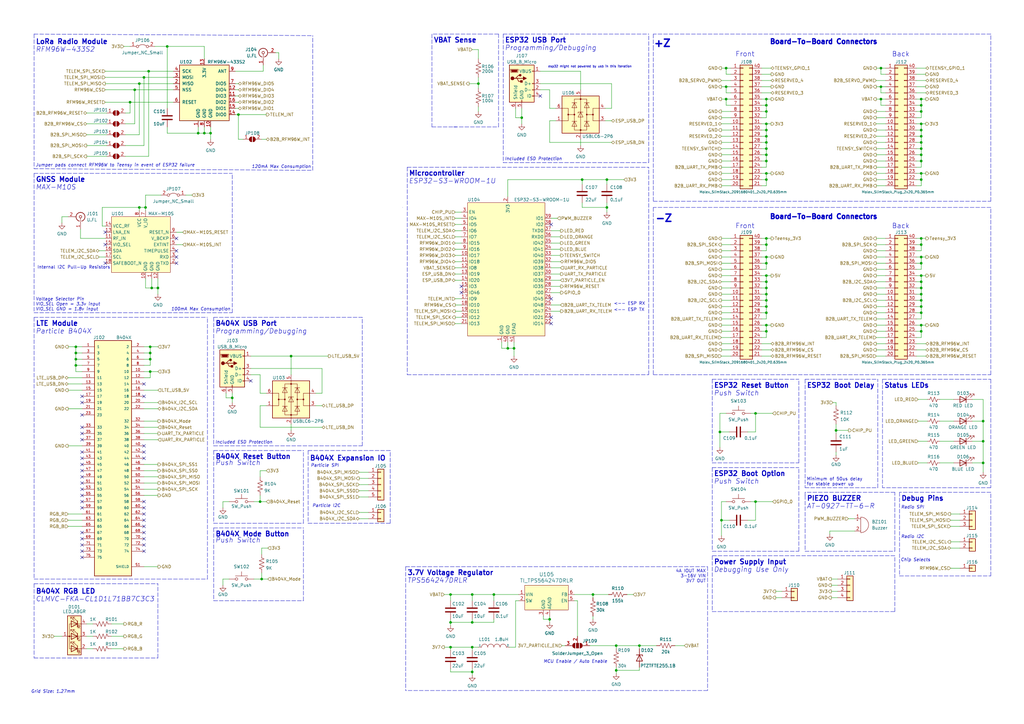
<source format=kicad_sch>
(kicad_sch (version 20211123) (generator eeschema)
  (paper "A3")
  (title_block (title "TARS MK4 Telemetry") (date "2023-02-14") (rev "B") (company "Illinois Space Society") (comment 4 "Contributors: Peter Giannetos, Eisha Peyyeti, Danny Guller, Rishi Patel"))
  (lib_symbols
    (symbol "Conn_02x20_Counter_Clockwise_1" (pin_names (offset 1.016) hide)
      (property "Reference" "J101" (at 1.27 25.4 0))
      (property "Value" "Molex_SlimStack_2091680401_2x20_P0.635mm" (at 0 -27.94 0))
      (symbol "Conn_02x20_Counter_Clockwise_1_1_1"
        (pin passive line (at -5.08 22.86 0) (length 3.81) (name "Pin_1") (number "1"))
        (pin passive line (at -5.08 0 0) (length 3.81) (name "Pin_10") (number "10"))
        (pin passive line (at -5.08 -2.54 0) (length 3.81) (name "Pin_11") (number "11"))
        (pin passive line (at -5.08 -5.08 0) (length 3.81) (name "Pin_12") (number "12"))
        (pin passive line (at -5.08 -7.62 0) (length 3.81) (name "Pin_13") (number "13"))
        (pin passive line (at -5.08 -10.16 0) (length 3.81) (name "Pin_14") (number "14"))
        (pin passive line (at -5.08 -12.7 0) (length 3.81) (name "Pin_15") (number "15"))
        (pin passive line (at -5.08 -15.24 0) (length 3.81) (name "Pin_16") (number "16"))
        (pin passive line (at -5.08 -17.78 0) (length 3.81) (name "Pin_17") (number "17"))
        (pin passive line (at -5.08 -20.32 0) (length 3.81) (name "Pin_18") (number "18"))
        (pin passive line (at -5.08 -22.86 0) (length 3.81) (name "Pin_19") (number "19"))
        (pin passive line (at -5.08 20.32 0) (length 3.81) (name "Pin_2") (number "2"))
        (pin passive line (at -5.08 -25.4 0) (length 3.81) (name "Pin_20") (number "20"))
        (pin passive line (at 7.62 -25.4 180) (length 3.81) (name "Pin_21") (number "21"))
        (pin passive line (at 7.62 -22.86 180) (length 3.81) (name "Pin_22") (number "22"))
        (pin passive line (at 7.62 -20.32 180) (length 3.81) (name "Pin_23") (number "23"))
        (pin passive line (at 7.62 -17.78 180) (length 3.81) (name "Pin_24") (number "24"))
        (pin passive line (at 7.62 -15.24 180) (length 3.81) (name "Pin_25") (number "25"))
        (pin passive line (at 7.62 -12.7 180) (length 3.81) (name "Pin_26") (number "26"))
        (pin passive line (at 7.62 -10.16 180) (length 3.81) (name "Pin_27") (number "27"))
        (pin passive line (at 7.62 -7.62 180) (length 3.81) (name "Pin_28") (number "28"))
        (pin passive line (at 7.62 -5.08 180) (length 3.81) (name "Pin_29") (number "29"))
        (pin passive line (at -5.08 17.78 0) (length 3.81) (name "Pin_3") (number "3"))
        (pin passive line (at 7.62 -2.54 180) (length 3.81) (name "Pin_30") (number "30"))
        (pin passive line (at 7.62 0 180) (length 3.81) (name "Pin_31") (number "31"))
        (pin passive line (at 7.62 2.54 180) (length 3.81) (name "Pin_32") (number "32"))
        (pin passive line (at 7.62 5.08 180) (length 3.81) (name "Pin_33") (number "33"))
        (pin passive line (at 7.62 7.62 180) (length 3.81) (name "Pin_34") (number "34"))
        (pin passive line (at 7.62 10.16 180) (length 3.81) (name "Pin_35") (number "35"))
        (pin passive line (at 7.62 12.7 180) (length 3.81) (name "Pin_36") (number "36"))
        (pin passive line (at 7.62 15.24 180) (length 3.81) (name "Pin_37") (number "37"))
        (pin passive line (at 7.62 17.78 180) (length 3.81) (name "Pin_38") (number "38"))
        (pin passive line (at 7.62 20.32 180) (length 3.81) (name "Pin_39") (number "39"))
        (pin passive line (at -5.08 15.24 0) (length 3.81) (name "Pin_4") (number "4"))
        (pin passive line (at 7.62 22.86 180) (length 3.81) (name "Pin_40") (number "40"))
        (pin passive line (at -5.08 12.7 0) (length 3.81) (name "Pin_5") (number "5"))
        (pin passive line (at -5.08 10.16 0) (length 3.81) (name "Pin_6") (number "6"))
        (pin passive line (at -5.08 7.62 0) (length 3.81) (name "Pin_7") (number "7"))
        (pin passive line (at -5.08 5.08 0) (length 3.81) (name "Pin_8") (number "8"))
        (pin passive line (at -5.08 2.54 0) (length 3.81) (name "Pin_9") (number "9"))
      )
    )
    (symbol "Connector:Conn_Coaxial" (pin_names (offset 1.016) hide)
      (property "Reference" "J" (at 0.254 3.048 0))
      (property "Value" "Conn_Coaxial" (at 2.921 0 90))
      (symbol "Conn_Coaxial_1_1"
        (pin passive line (at -5.08 0 0) (length 2.54) (name "In") (number "1"))
        (pin passive line (at 0 -5.08 90) (length 2.54) (name "Ext") (number "2"))
      )
    )
    (symbol "Connector:USB_B_Micro" (pin_names (offset 1.016))
      (property "Reference" "J" (at -5.08 11.43 0))
      (property "Value" "USB_B_Micro" (at -5.08 8.89 0))
      (symbol "USB_B_Micro_1_1"
        (pin power_out line (at 7.62 5.08 180) (length 2.54) (name "VBUS") (number "1"))
        (pin bidirectional line (at 7.62 -2.54 180) (length 2.54) (name "D-") (number "2"))
        (pin bidirectional line (at 7.62 0 180) (length 2.54) (name "D+") (number "3"))
        (pin passive line (at 7.62 -5.08 180) (length 2.54) (name "ID") (number "4"))
        (pin power_out line (at 0 -10.16 90) (length 2.54) (name "GND") (number "5"))
        (pin passive line (at -2.54 -10.16 90) (length 2.54) (name "Shield") (number "6"))
      )
    )
    (symbol "Connector_Generic:Conn_01x01" (pin_names (offset 1.016) hide)
      (property "Reference" "J" (at 0 2.54 0))
      (property "Value" "Conn_01x01" (at 0 -2.54 0))
      (symbol "Conn_01x01_1_1"
        (pin passive line (at -5.08 0 0) (length 3.81) (name "Pin_1") (number "1"))
      )
    )
    (symbol "Connector_Generic:Conn_01x02" (pin_names (offset 1.016) hide)
      (property "Reference" "J" (at 0 2.54 0))
      (property "Value" "Conn_01x02" (at 0 -5.08 0))
      (symbol "Conn_01x02_1_1"
        (pin passive line (at -5.08 0 0) (length 3.81) (name "Pin_1") (number "1"))
        (pin passive line (at -5.08 -2.54 0) (length 3.81) (name "Pin_2") (number "2"))
      )
    )
    (symbol "Connector_Generic:Conn_01x03" (pin_names (offset 1.016) hide)
      (property "Reference" "J" (at 0 5.08 0))
      (property "Value" "Conn_01x03" (at 0 -5.08 0))
      (symbol "Conn_01x03_1_1"
        (pin passive line (at -5.08 2.54 0) (length 3.81) (name "Pin_1") (number "1"))
        (pin passive line (at -5.08 0 0) (length 3.81) (name "Pin_2") (number "2"))
        (pin passive line (at -5.08 -2.54 0) (length 3.81) (name "Pin_3") (number "3"))
      )
    )
    (symbol "Connector_Generic:Conn_01x04" (pin_names (offset 1.016) hide)
      (property "Reference" "J" (at 0 5.08 0))
      (property "Value" "Conn_01x04" (at 0 -7.62 0))
      (symbol "Conn_01x04_1_1"
        (pin passive line (at -5.08 2.54 0) (length 3.81) (name "Pin_1") (number "1"))
        (pin passive line (at -5.08 0 0) (length 3.81) (name "Pin_2") (number "2"))
        (pin passive line (at -5.08 -2.54 0) (length 3.81) (name "Pin_3") (number "3"))
        (pin passive line (at -5.08 -5.08 0) (length 3.81) (name "Pin_4") (number "4"))
      )
    )
    (symbol "Connector_Generic:Conn_01x05" (pin_names (offset 1.016) hide)
      (property "Reference" "J" (at 0 7.62 0))
      (property "Value" "Conn_01x05" (at 0 -7.62 0))
      (symbol "Conn_01x05_1_1"
        (pin passive line (at -5.08 5.08 0) (length 3.81) (name "Pin_1") (number "1"))
        (pin passive line (at -5.08 2.54 0) (length 3.81) (name "Pin_2") (number "2"))
        (pin passive line (at -5.08 0 0) (length 3.81) (name "Pin_3") (number "3"))
        (pin passive line (at -5.08 -2.54 0) (length 3.81) (name "Pin_4") (number "4"))
        (pin passive line (at -5.08 -5.08 0) (length 3.81) (name "Pin_5") (number "5"))
      )
    )
    (symbol "Connector_Generic:Conn_02x20_Counter_Clockwise" (pin_names (offset 1.016) hide)
      (property "Reference" "J" (at 1.27 25.4 0))
      (property "Value" "Conn_02x20_Counter_Clockwise" (at 1.27 -27.94 0))
      (symbol "Conn_02x20_Counter_Clockwise_1_1"
        (pin passive line (at -5.08 22.86 0) (length 3.81) (name "Pin_1") (number "1"))
        (pin passive line (at -5.08 0 0) (length 3.81) (name "Pin_10") (number "10"))
        (pin passive line (at -5.08 -2.54 0) (length 3.81) (name "Pin_11") (number "11"))
        (pin passive line (at -5.08 -5.08 0) (length 3.81) (name "Pin_12") (number "12"))
        (pin passive line (at -5.08 -7.62 0) (length 3.81) (name "Pin_13") (number "13"))
        (pin passive line (at -5.08 -10.16 0) (length 3.81) (name "Pin_14") (number "14"))
        (pin passive line (at -5.08 -12.7 0) (length 3.81) (name "Pin_15") (number "15"))
        (pin passive line (at -5.08 -15.24 0) (length 3.81) (name "Pin_16") (number "16"))
        (pin passive line (at -5.08 -17.78 0) (length 3.81) (name "Pin_17") (number "17"))
        (pin passive line (at -5.08 -20.32 0) (length 3.81) (name "Pin_18") (number "18"))
        (pin passive line (at -5.08 -22.86 0) (length 3.81) (name "Pin_19") (number "19"))
        (pin passive line (at -5.08 20.32 0) (length 3.81) (name "Pin_2") (number "2"))
        (pin passive line (at -5.08 -25.4 0) (length 3.81) (name "Pin_20") (number "20"))
        (pin passive line (at 7.62 -25.4 180) (length 3.81) (name "Pin_21") (number "21"))
        (pin passive line (at 7.62 -22.86 180) (length 3.81) (name "Pin_22") (number "22"))
        (pin passive line (at 7.62 -20.32 180) (length 3.81) (name "Pin_23") (number "23"))
        (pin passive line (at 7.62 -17.78 180) (length 3.81) (name "Pin_24") (number "24"))
        (pin passive line (at 7.62 -15.24 180) (length 3.81) (name "Pin_25") (number "25"))
        (pin passive line (at 7.62 -12.7 180) (length 3.81) (name "Pin_26") (number "26"))
        (pin passive line (at 7.62 -10.16 180) (length 3.81) (name "Pin_27") (number "27"))
        (pin passive line (at 7.62 -7.62 180) (length 3.81) (name "Pin_28") (number "28"))
        (pin passive line (at 7.62 -5.08 180) (length 3.81) (name "Pin_29") (number "29"))
        (pin passive line (at -5.08 17.78 0) (length 3.81) (name "Pin_3") (number "3"))
        (pin passive line (at 7.62 -2.54 180) (length 3.81) (name "Pin_30") (number "30"))
        (pin passive line (at 7.62 0 180) (length 3.81) (name "Pin_31") (number "31"))
        (pin passive line (at 7.62 2.54 180) (length 3.81) (name "Pin_32") (number "32"))
        (pin passive line (at 7.62 5.08 180) (length 3.81) (name "Pin_33") (number "33"))
        (pin passive line (at 7.62 7.62 180) (length 3.81) (name "Pin_34") (number "34"))
        (pin passive line (at 7.62 10.16 180) (length 3.81) (name "Pin_35") (number "35"))
        (pin passive line (at 7.62 12.7 180) (length 3.81) (name "Pin_36") (number "36"))
        (pin passive line (at 7.62 15.24 180) (length 3.81) (name "Pin_37") (number "37"))
        (pin passive line (at 7.62 17.78 180) (length 3.81) (name "Pin_38") (number "38"))
        (pin passive line (at 7.62 20.32 180) (length 3.81) (name "Pin_39") (number "39"))
        (pin passive line (at -5.08 15.24 0) (length 3.81) (name "Pin_4") (number "4"))
        (pin passive line (at 7.62 22.86 180) (length 3.81) (name "Pin_40") (number "40"))
        (pin passive line (at -5.08 12.7 0) (length 3.81) (name "Pin_5") (number "5"))
        (pin passive line (at -5.08 10.16 0) (length 3.81) (name "Pin_6") (number "6"))
        (pin passive line (at -5.08 7.62 0) (length 3.81) (name "Pin_7") (number "7"))
        (pin passive line (at -5.08 5.08 0) (length 3.81) (name "Pin_8") (number "8"))
        (pin passive line (at -5.08 2.54 0) (length 3.81) (name "Pin_9") (number "9"))
      )
    )
    (symbol "Connector_M.2:TE_21992304" (pin_names (offset 1.016))
      (property "Reference" "J" (at -7.6269 49.066 0))
      (property "Value" "TE_21992304" (at -6.35 -52.07 0))
      (symbol "TE_21992304_0_0"
        (pin passive line (at -12.7 45.72 0) (length 5.08) (name "1") (number "1"))
        (pin passive line (at 12.7 35.56 180) (length 5.08) (name "10") (number "10"))
        (pin passive line (at -12.7 33.02 0) (length 5.08) (name "11") (number "11"))
        (pin passive line (at 12.7 33.02 180) (length 5.08) (name "12") (number "12"))
        (pin passive line (at -12.7 30.48 0) (length 5.08) (name "13") (number "13"))
        (pin passive line (at 12.7 30.48 180) (length 5.08) (name "14") (number "14"))
        (pin passive line (at -12.7 27.94 0) (length 5.08) (name "15") (number "15"))
        (pin passive line (at 12.7 27.94 180) (length 5.08) (name "16") (number "16"))
        (pin passive line (at -12.7 25.4 0) (length 5.08) (name "17") (number "17"))
        (pin passive line (at 12.7 25.4 180) (length 5.08) (name "18") (number "18"))
        (pin passive line (at -12.7 22.86 0) (length 5.08) (name "19") (number "19"))
        (pin passive line (at 12.7 45.72 180) (length 5.08) (name "2") (number "2"))
        (pin passive line (at 12.7 22.86 180) (length 5.08) (name "20") (number "20"))
        (pin passive line (at -12.7 20.32 0) (length 5.08) (name "21") (number "21"))
        (pin passive line (at 12.7 20.32 180) (length 5.08) (name "22") (number "22"))
        (pin passive line (at -12.7 17.78 0) (length 5.08) (name "23") (number "23"))
        (pin passive line (at -12.7 43.18 0) (length 5.08) (name "3") (number "3"))
        (pin passive line (at 12.7 15.24 180) (length 5.08) (name "32") (number "32"))
        (pin passive line (at -12.7 12.7 0) (length 5.08) (name "33") (number "33"))
        (pin passive line (at 12.7 12.7 180) (length 5.08) (name "34") (number "34"))
        (pin passive line (at -12.7 10.16 0) (length 5.08) (name "35") (number "35"))
        (pin passive line (at 12.7 10.16 180) (length 5.08) (name "36") (number "36"))
        (pin passive line (at -12.7 7.62 0) (length 5.08) (name "37") (number "37"))
        (pin passive line (at 12.7 7.62 180) (length 5.08) (name "38") (number "38"))
        (pin passive line (at -12.7 5.08 0) (length 5.08) (name "39") (number "39"))
        (pin passive line (at 12.7 43.18 180) (length 5.08) (name "4") (number "4"))
        (pin passive line (at 12.7 5.08 180) (length 5.08) (name "40") (number "40"))
        (pin passive line (at -12.7 2.54 0) (length 5.08) (name "41") (number "41"))
        (pin passive line (at 12.7 2.54 180) (length 5.08) (name "42") (number "42"))
        (pin passive line (at -12.7 0 0) (length 5.08) (name "43") (number "43"))
        (pin passive line (at 12.7 0 180) (length 5.08) (name "44") (number "44"))
        (pin passive line (at -12.7 -2.54 0) (length 5.08) (name "45") (number "45"))
        (pin passive line (at 12.7 -2.54 180) (length 5.08) (name "46") (number "46"))
        (pin passive line (at -12.7 -5.08 0) (length 5.08) (name "47") (number "47"))
        (pin passive line (at 12.7 -5.08 180) (length 5.08) (name "48") (number "48"))
        (pin passive line (at -12.7 -7.62 0) (length 5.08) (name "49") (number "49"))
        (pin passive line (at -12.7 40.64 0) (length 5.08) (name "5") (number "5"))
        (pin passive line (at 12.7 -7.62 180) (length 5.08) (name "50") (number "50"))
        (pin passive line (at -12.7 -10.16 0) (length 5.08) (name "51") (number "51"))
        (pin passive line (at 12.7 -10.16 180) (length 5.08) (name "52") (number "52"))
        (pin passive line (at -12.7 -12.7 0) (length 5.08) (name "53") (number "53"))
        (pin passive line (at 12.7 -12.7 180) (length 5.08) (name "54") (number "54"))
        (pin passive line (at -12.7 -15.24 0) (length 5.08) (name "55") (number "55"))
        (pin passive line (at 12.7 -15.24 180) (length 5.08) (name "56") (number "56"))
        (pin passive line (at -12.7 -17.78 0) (length 5.08) (name "57") (number "57"))
        (pin passive line (at 12.7 -17.78 180) (length 5.08) (name "58") (number "58"))
        (pin passive line (at -12.7 -20.32 0) (length 5.08) (name "59") (number "59"))
        (pin passive line (at 12.7 40.64 180) (length 5.08) (name "6") (number "6"))
        (pin passive line (at 12.7 -20.32 180) (length 5.08) (name "60") (number "60"))
        (pin passive line (at -12.7 -22.86 0) (length 5.08) (name "61") (number "61"))
        (pin passive line (at 12.7 -22.86 180) (length 5.08) (name "62") (number "62"))
        (pin passive line (at -12.7 -25.4 0) (length 5.08) (name "63") (number "63"))
        (pin passive line (at 12.7 -25.4 180) (length 5.08) (name "64") (number "64"))
        (pin passive line (at -12.7 -27.94 0) (length 5.08) (name "65") (number "65"))
        (pin passive line (at 12.7 -27.94 180) (length 5.08) (name "66") (number "66"))
        (pin passive line (at -12.7 -30.48 0) (length 5.08) (name "67") (number "67"))
        (pin passive line (at 12.7 -30.48 180) (length 5.08) (name "68") (number "68"))
        (pin passive line (at -12.7 -33.02 0) (length 5.08) (name "69") (number "69"))
        (pin passive line (at -12.7 38.1 0) (length 5.08) (name "7") (number "7"))
        (pin passive line (at 12.7 -33.02 180) (length 5.08) (name "70") (number "70"))
        (pin passive line (at -12.7 -35.56 0) (length 5.08) (name "71") (number "71"))
        (pin passive line (at 12.7 -35.56 180) (length 5.08) (name "72") (number "72"))
        (pin passive line (at -12.7 -38.1 0) (length 5.08) (name "73") (number "73"))
        (pin passive line (at 12.7 -38.1 180) (length 5.08) (name "74") (number "74"))
        (pin passive line (at -12.7 -40.64 0) (length 5.08) (name "75") (number "75"))
        (pin passive line (at 12.7 38.1 180) (length 5.08) (name "8") (number "8"))
        (pin passive line (at -12.7 35.56 0) (length 5.08) (name "9") (number "9"))
        (pin passive line (at 12.7 -44.45 180) (length 5.08) (name "SHIELD") (number "S1"))
      )
    )
    (symbol "D24V50F5:C" (pin_numbers hide) (pin_names (offset 0.254))
      (property "Reference" "C" (at 0.635 2.54 0))
      (property "Value" "C" (at 0.635 -2.54 0))
      (symbol "C_1_1"
        (pin passive line (at 0 3.81 270) (length 2.794) (name "~") (number "1"))
        (pin passive line (at 0 -3.81 90) (length 2.794) (name "~") (number "2"))
      )
    )
    (symbol "Device:Buzzer" (pin_names (offset 0.0254) hide)
      (property "Reference" "BZ" (at 3.81 1.27 0))
      (property "Value" "Buzzer" (at 3.81 -1.27 0))
      (symbol "Buzzer_1_1"
        (pin passive line (at -2.54 2.54 0) (length 2.54) (name "-") (number "1"))
        (pin passive line (at -2.54 -2.54 0) (length 2.54) (name "+") (number "2"))
      )
    )
    (symbol "Device:C" (pin_numbers hide) (pin_names (offset 0.254))
      (property "Reference" "C" (at 0.635 2.54 0))
      (property "Value" "C" (at 0.635 -2.54 0))
      (symbol "C_1_1"
        (pin passive line (at 0 3.81 270) (length 2.794) (name "~") (number "1"))
        (pin passive line (at 0 -3.81 90) (length 2.794) (name "~") (number "2"))
      )
    )
    (symbol "Device:D_Zener" (pin_numbers hide) (pin_names (offset 1.016) hide)
      (property "Reference" "D" (at 0 2.54 0))
      (property "Value" "D_Zener" (at 0 -2.54 0))
      (symbol "D_Zener_1_1"
        (pin passive line (at -3.81 0 0) (length 2.54) (name "K") (number "1"))
        (pin passive line (at 3.81 0 180) (length 2.54) (name "A") (number "2"))
      )
    )
    (symbol "Device:LED" (pin_numbers hide) (pin_names (offset 1.016) hide)
      (property "Reference" "D" (at 0 2.54 0))
      (property "Value" "LED" (at 0 -2.54 0))
      (symbol "LED_1_1"
        (pin passive line (at -3.81 0 0) (length 2.54) (name "K") (number "1"))
        (pin passive line (at 3.81 0 180) (length 2.54) (name "A") (number "2"))
      )
    )
    (symbol "Device:LED_ABGR" (pin_names (offset 0) hide)
      (property "Reference" "D" (at 0 9.398 0))
      (property "Value" "LED_ABGR" (at 0 -8.89 0))
      (symbol "LED_ABGR_0_0"
        (text "B" (at -1.905 -6.35 0) (effects (font (size 1.27 1.27))))
        (text "G" (at -1.905 -1.27 0) (effects (font (size 1.27 1.27))))
        (text "R" (at -1.905 3.81 0) (effects (font (size 1.27 1.27))))
      )
      (symbol "LED_ABGR_1_1"
        (pin passive line (at 5.08 0 180) (length 2.54) (name "A") (number "1"))
        (pin passive line (at -5.08 -5.08 0) (length 2.54) (name "BK") (number "2"))
        (pin passive line (at -5.08 0 0) (length 2.54) (name "GK") (number "3"))
        (pin passive line (at -5.08 5.08 0) (length 2.54) (name "RK") (number "4"))
      )
    )
    (symbol "Device:R_Small_US" (pin_numbers hide) (pin_names (offset 0.254) hide)
      (property "Reference" "R" (at 0.762 0.508 0))
      (property "Value" "R_Small_US" (at 0.762 -1.016 0))
      (symbol "R_Small_US_1_1"
        (pin passive line (at 0 2.54 270) (length 1.016) (name "~") (number "1"))
        (pin passive line (at 0 -2.54 90) (length 1.016) (name "~") (number "2"))
      )
    )
    (symbol "Device:R_US" (pin_numbers hide) (pin_names (offset 0))
      (property "Reference" "R" (at 2.54 0 90))
      (property "Value" "R_US" (at -2.54 0 90))
      (symbol "R_US_1_1"
        (pin passive line (at 0 3.81 270) (length 1.27) (name "~") (number "1"))
        (pin passive line (at 0 -3.81 90) (length 1.27) (name "~") (number "2"))
      )
    )
    (symbol "Jumper:Jumper_2_Bridged" (pin_names (offset 0) hide)
      (property "Reference" "JP" (at 0 1.905 0))
      (property "Value" "Jumper_2_Bridged" (at 0 -2.54 0))
      (symbol "Jumper_2_Bridged_1_1"
        (pin passive line (at -5.08 0 0) (length 2.54) (name "A") (number "1"))
        (pin passive line (at 5.08 0 180) (length 2.54) (name "B") (number "2"))
      )
    )
    (symbol "Jumper:SolderJumper_2_Open" (pin_names (offset 0) hide)
      (property "Reference" "JP" (at 0 2.032 0))
      (property "Value" "SolderJumper_2_Open" (at 0 -2.54 0))
      (symbol "SolderJumper_2_Open_1_1"
        (pin passive line (at -3.81 0 0) (length 2.54) (name "A") (number "1"))
        (pin passive line (at 3.81 0 180) (length 2.54) (name "B") (number "2"))
      )
    )
    (symbol "Jumper:SolderJumper_3_Open" (pin_names (offset 0) hide)
      (property "Reference" "JP" (at -2.54 -2.54 0))
      (property "Value" "SolderJumper_3_Open" (at 0 2.794 0))
      (symbol "SolderJumper_3_Open_1_1"
        (pin passive line (at -5.08 0 0) (length 2.54) (name "A") (number "1"))
        (pin input line (at 0 -3.81 90) (length 2.54) (name "C") (number "2"))
        (pin passive line (at 5.08 0 180) (length 2.54) (name "B") (number "3"))
      )
    )
    (symbol "MCU_ESP32:ESP32-S3-WROOM-1U"
      (property "Reference" "U" (at -15.24 29.21 0))
      (property "Value" "ESP32-S3-WROOM-1U" (at 13.97 29.21 0))
      (symbol "ESP32-S3-WROOM-1U_1_1"
        (pin power_in line (at -2.54 -29.21 90) (length 2.54) (name "GND") (number "1"))
        (pin bidirectional line (at -19.05 6.35 0) (length 2.54) (name "IO17") (number "10"))
        (pin bidirectional line (at -19.05 3.81 0) (length 2.54) (name "IO18") (number "11"))
        (pin bidirectional line (at -19.05 1.27 0) (length 2.54) (name "IO8") (number "12"))
        (pin bidirectional line (at -19.05 -1.27 0) (length 2.54) (name "IO19") (number "13"))
        (pin bidirectional line (at -19.05 -3.81 0) (length 2.54) (name "IO20") (number "14"))
        (pin bidirectional line (at -19.05 -6.35 0) (length 2.54) (name "IO3") (number "15"))
        (pin bidirectional line (at -19.05 -8.89 0) (length 2.54) (name "IO46") (number "16"))
        (pin bidirectional line (at -19.05 -11.43 0) (length 2.54) (name "IO9") (number "17"))
        (pin bidirectional line (at -19.05 -13.97 0) (length 2.54) (name "IO10") (number "18"))
        (pin bidirectional line (at -19.05 -16.51 0) (length 2.54) (name "IO11") (number "19"))
        (pin power_in line (at 0 30.48 270) (length 2.54) (name "3V3") (number "2"))
        (pin bidirectional line (at -19.05 -19.05 0) (length 2.54) (name "IO12") (number "20"))
        (pin bidirectional line (at -19.05 -21.59 0) (length 2.54) (name "IO13") (number "21"))
        (pin bidirectional line (at 17.78 -21.59 180) (length 2.54) (name "IO14") (number "22"))
        (pin bidirectional line (at 17.78 -19.05 180) (length 2.54) (name "IO21") (number "23"))
        (pin bidirectional line (at 17.78 -16.51 180) (length 2.54) (name "IO47") (number "24"))
        (pin bidirectional line (at 17.78 -13.97 180) (length 2.54) (name "IO48") (number "25"))
        (pin bidirectional line (at 17.78 -11.43 180) (length 2.54) (name "IO45") (number "26"))
        (pin bidirectional line (at 17.78 -8.89 180) (length 2.54) (name "IO0") (number "27"))
        (pin bidirectional line (at 17.78 -6.35 180) (length 2.54) (name "IO35") (number "28"))
        (pin bidirectional line (at 17.78 -3.81 180) (length 2.54) (name "IO36") (number "29"))
        (pin input line (at -19.05 24.13 0) (length 2.54) (name "EN") (number "3"))
        (pin bidirectional line (at 17.78 -1.27 180) (length 2.54) (name "IO37") (number "30"))
        (pin bidirectional line (at 17.78 1.27 180) (length 2.54) (name "IO38") (number "31"))
        (pin bidirectional line (at 17.78 3.81 180) (length 2.54) (name "IO39") (number "32"))
        (pin bidirectional line (at 17.78 6.35 180) (length 2.54) (name "IO40") (number "33"))
        (pin bidirectional line (at 17.78 8.89 180) (length 2.54) (name "IO41") (number "34"))
        (pin bidirectional line (at 17.78 11.43 180) (length 2.54) (name "IO42") (number "35"))
        (pin bidirectional line (at 17.78 13.97 180) (length 2.54) (name "RXD0") (number "36"))
        (pin bidirectional line (at 17.78 16.51 180) (length 2.54) (name "TXD0") (number "37"))
        (pin bidirectional line (at 17.78 19.05 180) (length 2.54) (name "IO2") (number "38"))
        (pin bidirectional line (at 17.78 21.59 180) (length 2.54) (name "IO1") (number "39"))
        (pin bidirectional line (at -19.05 21.59 0) (length 2.54) (name "IO4") (number "4"))
        (pin power_in line (at 0 -29.21 90) (length 2.54) (name "GND") (number "40"))
        (pin power_out line (at 2.54 -29.21 90) (length 2.54) (name "EPAD") (number "41"))
        (pin bidirectional line (at -19.05 19.05 0) (length 2.54) (name "IO5") (number "5"))
        (pin bidirectional line (at -19.05 16.51 0) (length 2.54) (name "IO6") (number "6"))
        (pin bidirectional line (at -19.05 13.97 0) (length 2.54) (name "IO7") (number "7"))
        (pin bidirectional line (at -19.05 11.43 0) (length 2.54) (name "IO15") (number "8"))
        (pin bidirectional line (at -19.05 8.89 0) (length 2.54) (name "IO16") (number "9"))
      )
    )
    (symbol "Power_Protection:USBLC6-2P6" (pin_names hide)
      (property "Reference" "U" (at 2.54 8.89 0))
      (property "Value" "USBLC6-2P6" (at 2.54 -8.89 0))
      (symbol "USBLC6-2P6_1_1"
        (pin passive line (at -10.16 -2.54 0) (length 2.54) (name "I/O1") (number "1"))
        (pin passive line (at 0 -10.16 90) (length 2.54) (name "GND") (number "2"))
        (pin passive line (at 10.16 -2.54 180) (length 2.54) (name "I/O2") (number "3"))
        (pin passive line (at 10.16 2.54 180) (length 2.54) (name "I/O2") (number "4"))
        (pin passive line (at 0 10.16 270) (length 2.54) (name "VBUS") (number "5"))
        (pin passive line (at -10.16 2.54 0) (length 2.54) (name "I/O1") (number "6"))
      )
    )
    (symbol "RF_GPS_uBlox:MAX-M10S"
      (property "Reference" "U" (at -12.7 12.7 0))
      (property "Value" "MAX-M10S" (at 7.62 12.7 0))
      (symbol "MAX-M10S_1_1"
        (pin power_out line (at 3.81 -13.97 90) (length 2.54) (name "GND") (number "1"))
        (pin power_out line (at 1.27 -13.97 90) (length 2.54) (name "GND") (number "10"))
        (pin input line (at -15.24 2.54 0) (length 2.54) (name "RF_IN") (number "11"))
        (pin power_out line (at 6.35 -13.97 90) (length 2.54) (name "GND") (number "12"))
        (pin unspecified line (at -15.24 5.08 0) (length 2.54) (name "LNA_EN") (number "13"))
        (pin unspecified line (at -15.24 7.62 0) (length 2.54) (name "VCC_RF") (number "14"))
        (pin unspecified line (at -15.24 0 0) (length 2.54) (name "VIO_SEL") (number "15"))
        (pin bidirectional line (at -15.24 -2.54 0) (length 2.54) (name "SDA") (number "16"))
        (pin input line (at -15.24 -5.08 0) (length 2.54) (name "SCL") (number "17"))
        (pin unspecified line (at -15.24 -7.62 0) (length 2.54) (name "SAFEBOOT_N") (number "18"))
        (pin output line (at 13.97 -7.62 180) (length 2.54) (name "TXD") (number "2"))
        (pin input line (at 13.97 -5.08 180) (length 2.54) (name "RXD") (number "3"))
        (pin unspecified line (at 13.97 -2.54 180) (length 2.54) (name "TIMEPULSE") (number "4"))
        (pin input line (at 13.97 0 180) (length 2.54) (name "EXTINT") (number "5"))
        (pin power_in line (at 13.97 2.54 180) (length 2.54) (name "V_BCKP") (number "6"))
        (pin power_in line (at 1.27 13.97 270) (length 2.54) (name "V_IO") (number "7"))
        (pin power_in line (at -1.27 13.97 270) (length 2.54) (name "VCC") (number "8"))
        (pin input line (at 13.97 5.08 180) (length 2.54) (name "RESET_N") (number "9"))
      )
    )
    (symbol "RF_Module:RFM96W-433S2" (pin_names (offset 1.016))
      (property "Reference" "U" (at -10.414 11.684 0))
      (property "Value" "RFM96W-433S2" (at 1.524 11.43 0))
      (symbol "RFM96W-433S2_1_1"
        (pin power_in line (at -2.54 -15.24 90) (length 2.54) (name "GND") (number "1"))
        (pin power_in line (at 2.54 -15.24 90) (length 2.54) (name "GND") (number "10"))
        (pin bidirectional line (at 12.7 -2.54 180) (length 2.54) (name "DIO3") (number "11"))
        (pin bidirectional line (at 12.7 0 180) (length 2.54) (name "DIO4") (number "12"))
        (pin power_in line (at 0 12.7 270) (length 2.54) (name "3.3V") (number "13"))
        (pin bidirectional line (at 12.7 -10.16 180) (length 2.54) (name "DIO0") (number "14"))
        (pin bidirectional line (at 12.7 -7.62 180) (length 2.54) (name "DIO1") (number "15"))
        (pin bidirectional line (at 12.7 -5.08 180) (length 2.54) (name "DIO2") (number "16"))
        (pin output line (at -12.7 2.54 0) (length 2.54) (name "MISO") (number "2"))
        (pin input line (at -12.7 5.08 0) (length 2.54) (name "MOSI") (number "3"))
        (pin input line (at -12.7 7.62 0) (length 2.54) (name "SCK") (number "4"))
        (pin input line (at -12.7 0 0) (length 2.54) (name "NSS") (number "5"))
        (pin bidirectional line (at -12.7 -5.08 0) (length 2.54) (name "RESET") (number "6"))
        (pin bidirectional line (at 12.7 2.54 180) (length 2.54) (name "DIO5") (number "7"))
        (pin power_in line (at 0 -15.24 90) (length 2.54) (name "GND") (number "8"))
        (pin bidirectional line (at 12.7 7.62 180) (length 2.54) (name "ANT") (number "9"))
      )
    )
    (symbol "Regulator_Texas:TI_TPS564247DRLR" (pin_names (offset 0.254))
      (property "Reference" "U" (at 0 11.43 0))
      (property "Value" "TI_TPS564247DRLR" (at 0 8.89 0))
      (symbol "TI_TPS564247DRLR_0_0"
        (pin input line (at -11.43 2.54 0) (length 2.54) (name "VIN") (number "1"))
        (pin output line (at -11.43 0 0) (length 2.54) (name "SW") (number "2"))
        (pin power_in line (at -1.27 -6.35 90) (length 2.54) (name "GND") (number "3"))
        (pin power_in line (at 1.27 -6.35 90) (length 2.54) (name "AGND") (number "4"))
        (pin input line (at 11.43 0 180) (length 2.54) (name "EN") (number "5"))
        (pin input line (at 11.43 2.54 180) (length 2.54) (name "FB") (number "6"))
      )
    )
    (symbol "Switch:SW_Push" (pin_numbers hide) (pin_names (offset 1.016) hide)
      (property "Reference" "SW" (at 1.27 2.54 0))
      (property "Value" "SW_Push" (at 0 -1.524 0))
      (symbol "SW_Push_0_1"
        (pin passive line (at -5.08 0 0) (length 2.54) (name "1") (number "1"))
        (pin passive line (at 5.08 0 180) (length 2.54) (name "2") (number "2"))
      )
    )
    (symbol "power:GND" (power) (pin_names (offset 0))
      (property "Value" "GND" (at 0 -3.81 0))
      (symbol "GND_1_1"
        (pin power_in line (at 0 0 270) (length 0) hide (name "GND") (number "1"))
      )
    )
    (symbol "pspice:INDUCTOR" (pin_numbers hide) (pin_names (offset 0))
      (property "Reference" "L" (at 0 2.54 0))
      (property "Value" "INDUCTOR" (at 0 -1.27 0))
      (symbol "INDUCTOR_1_1"
        (pin input line (at -6.35 0 0) (length 1.27) (name "1") (number "1"))
        (pin input line (at 6.35 0 180) (length 1.27) (name "2") (number "2"))
      )
    )
  )
  (junction (at 314.325 60.96))
  (junction (at 377.825 50.8))
  (junction (at 361.315 35.56))
  (junction (at 248.92 85.09))
  (junction (at 61.595 152.4))
  (junction (at 377.825 73.66))
  (junction (at 377.825 125.73))
  (junction (at 81.28 54.61))
  (junction (at 238.76 73.66))
  (junction (at 377.825 118.11))
  (junction (at 184.785 255.27))
  (junction (at 208.28 142.875))
  (junction (at 295.91 213.36))
  (junction (at 297.815 40.64))
  (junction (at 243.205 243.84))
  (junction (at 64.77 118.11))
  (junction (at 61.595 144.78))
  (junction (at 377.825 60.96))
  (junction (at 248.92 73.66))
  (junction (at 403.225 180.975))
  (junction (at 377.825 115.57))
  (junction (at 377.825 128.27))
  (junction (at 31.115 149.86))
  (junction (at 377.825 45.72))
  (junction (at 403.225 189.865))
  (junction (at 314.325 45.72))
  (junction (at 377.825 71.12))
  (junction (at 377.825 123.19))
  (junction (at 377.825 100.33))
  (junction (at 361.315 27.94))
  (junction (at 57.15 34.29))
  (junction (at 309.88 205.74))
  (junction (at 314.325 123.19))
  (junction (at 314.325 43.18))
  (junction (at 377.825 58.42))
  (junction (at 377.825 135.89))
  (junction (at 193.675 275.59))
  (junction (at 314.325 113.03))
  (junction (at 314.325 100.33))
  (junction (at 377.825 55.88))
  (junction (at 314.325 58.42))
  (junction (at 314.325 66.04))
  (junction (at 295.275 177.165))
  (junction (at 193.675 265.43))
  (junction (at 314.325 53.34))
  (junction (at 314.325 55.88))
  (junction (at 68.58 19.05))
  (junction (at 31.115 142.24))
  (junction (at 61.595 147.32))
  (junction (at 314.325 118.11))
  (junction (at 59.69 85.09))
  (junction (at 62.23 118.11))
  (junction (at 314.325 97.79))
  (junction (at 59.055 31.75))
  (junction (at 377.825 40.64))
  (junction (at 83.82 54.61))
  (junction (at 314.325 128.27))
  (junction (at 403.225 172.72))
  (junction (at 377.825 113.03))
  (junction (at 361.315 40.64))
  (junction (at 184.785 265.43))
  (junction (at 297.815 35.56))
  (junction (at 213.995 48.26))
  (junction (at 377.825 107.95))
  (junction (at 314.325 135.89))
  (junction (at 196.215 34.29))
  (junction (at 314.325 40.64))
  (junction (at 314.325 133.35))
  (junction (at 210.82 142.875))
  (junction (at 377.825 120.65))
  (junction (at 55.245 36.83))
  (junction (at 86.36 54.61))
  (junction (at 377.825 53.34))
  (junction (at 297.815 27.94))
  (junction (at 377.825 97.79))
  (junction (at 314.325 50.8))
  (junction (at 184.785 243.84))
  (junction (at 309.88 169.545))
  (junction (at 107.315 237.49))
  (junction (at 119.38 146.05))
  (junction (at 61.595 142.24))
  (junction (at 314.325 125.73))
  (junction (at 31.115 144.78))
  (junction (at 342.9 176.53))
  (junction (at 377.825 66.04))
  (junction (at 314.325 73.66))
  (junction (at 225.425 254))
  (junction (at 314.325 120.65))
  (junction (at 202.565 243.84))
  (junction (at 97.79 46.99))
  (junction (at 377.825 133.35))
  (junction (at 314.325 71.12))
  (junction (at 106.68 205.74))
  (junction (at 31.115 147.32))
  (junction (at 60.96 29.21))
  (junction (at 262.255 264.795))
  (junction (at 53.34 41.91))
  (junction (at 377.825 105.41))
  (junction (at 57.15 85.09))
  (junction (at 95.25 163.195))
  (junction (at 252.73 274.955))
  (junction (at 252.73 264.795))
  (junction (at 314.325 115.57))
  (junction (at 314.325 105.41))
  (junction (at 314.325 63.5))
  (junction (at 193.675 255.27))
  (junction (at 377.825 43.18))
  (junction (at 193.675 243.84))
  (junction (at 377.825 63.5))
  (junction (at 314.325 107.95))
  (no_connect (at 59.055 205.74))
  (no_connect (at 33.655 198.12))
  (no_connect (at 33.655 200.66))
  (no_connect (at 59.055 208.28))
  (no_connect (at 59.055 162.56))
  (no_connect (at 33.655 203.2))
  (no_connect (at 33.655 205.74))
  (no_connect (at 33.655 208.28))
  (no_connect (at 33.655 228.6))
  (no_connect (at 59.055 157.48))
  (no_connect (at 72.39 107.95))
  (no_connect (at 33.655 195.58))
  (no_connect (at 59.055 215.9))
  (no_connect (at 33.655 165.1))
  (no_connect (at 59.055 182.88))
  (no_connect (at 59.055 223.52))
  (no_connect (at 33.655 175.26))
  (no_connect (at 59.055 218.44))
  (no_connect (at 72.39 105.41))
  (no_connect (at 72.39 97.79))
  (no_connect (at 43.18 107.95))
  (no_connect (at 59.055 220.98))
  (no_connect (at 33.655 223.52))
  (no_connect (at 226.06 132.715))
  (no_connect (at 43.18 100.33))
  (no_connect (at 72.39 102.87))
  (no_connect (at 59.055 210.82))
  (no_connect (at 33.655 187.96))
  (no_connect (at 226.06 130.175))
  (no_connect (at 59.055 187.96))
  (no_connect (at 221.615 39.37))
  (no_connect (at 33.655 162.56))
  (no_connect (at 33.655 170.18))
  (no_connect (at 33.655 220.98))
  (no_connect (at 33.655 180.34))
  (no_connect (at 33.655 177.8))
  (no_connect (at 189.23 117.475))
  (no_connect (at 59.055 185.42))
  (no_connect (at 59.055 226.06))
  (no_connect (at 102.87 156.21))
  (no_connect (at 226.06 92.075))
  (no_connect (at 33.655 185.42))
  (no_connect (at 226.06 122.555))
  (no_connect (at 189.23 120.015))
  (no_connect (at 33.655 193.04))
  (no_connect (at 43.18 95.25))
  (no_connect (at 33.655 226.06))
  (no_connect (at 33.655 190.5))
  (no_connect (at 33.655 218.44))
  (no_connect (at 59.055 213.36))
  (wire (pts (xy 295.91 143.51) (xy 299.72 143.51)))
  (wire (pts (xy 361.315 30.48) (xy 363.22 30.48)))
  (wire (pts (xy 340.995 240.03) (xy 343.535 240.03)))
  (wire (pts (xy 106.68 161.29) (xy 106.68 153.67)))
  (polyline (pts (xy 368.935 236.22) (xy 406.4 236.22)))
  (wire (pts (xy 106.68 175.26) (xy 132.08 175.26)))
  (wire (pts (xy 377.825 43.18) (xy 377.825 45.72)))
  (wire (pts (xy 359.41 130.81) (xy 363.22 130.81)))
  (polyline (pts (xy 167.005 68.58) (xy 266.065 68.58)))
  (wire (pts (xy 57.15 34.29) (xy 57.15 55.245)))
  (wire (pts (xy 92.71 161.29) (xy 92.71 163.195)))
  (wire (pts (xy 295.91 35.56) (xy 297.815 35.56)))
  (polyline (pts (xy 85.09 237.49) (xy 85.09 130.175)))
  (wire (pts (xy 314.325 120.65) (xy 312.42 120.65)))
  (wire (pts (xy 297.815 43.18) (xy 297.815 40.64)))
  (polyline (pts (xy 13.97 239.395) (xy 13.97 269.875)))
  (wire (pts (xy 403.225 189.865) (xy 403.225 193.675)))
  (wire (pts (xy 377.825 76.2) (xy 375.92 76.2)))
  (wire (pts (xy 314.325 50.8) (xy 312.42 50.8)))
  (polyline (pts (xy 126.365 184.785) (xy 126.365 214.63)))
  (polyline (pts (xy 292.1 155.575) (xy 292.1 189.865)))
  (wire (pts (xy 359.41 105.41) (xy 363.22 105.41)))
  (wire (pts (xy 193.675 266.7) (xy 193.675 265.43)))
  (wire (pts (xy 314.325 130.81) (xy 312.42 130.81)))
  (wire (pts (xy 27.94 157.48) (xy 33.655 157.48)))
  (wire (pts (xy 202.565 254) (xy 202.565 255.27)))
  (polyline (pts (xy 292.1 189.865) (xy 327.66 189.865)))
  (wire (pts (xy 106.68 166.37) (xy 106.68 175.26)))
  (wire (pts (xy 91.44 205.74) (xy 91.44 208.28)))
  (wire (pts (xy 297.815 35.56) (xy 299.72 35.56)))
  (wire (pts (xy 377.825 58.42) (xy 377.825 60.96)))
  (wire (pts (xy 31.115 144.78) (xy 33.655 144.78)))
  (wire (pts (xy 377.825 105.41) (xy 375.92 105.41)))
  (wire (pts (xy 33.655 142.24) (xy 31.115 142.24)))
  (polyline (pts (xy 330.2 203.2) (xy 330.2 226.06)))
  (wire (pts (xy 96.52 39.37) (xy 97.79 39.37)))
  (wire (pts (xy 377.825 107.95) (xy 377.825 110.49)))
  (wire (pts (xy 403.225 172.72) (xy 403.225 180.975)))
  (wire (pts (xy 186.69 112.395) (xy 189.23 112.395)))
  (wire (pts (xy 225.425 254) (xy 225.425 255.27)))
  (wire (pts (xy 376.555 180.975) (xy 380.365 180.975)))
  (polyline (pts (xy 360.045 200.025) (xy 360.045 155.575)))
  (wire (pts (xy 221.615 29.21) (xy 238.125 29.21)))
  (wire (pts (xy 359.41 138.43) (xy 363.22 138.43)))
  (wire (pts (xy 314.325 76.2) (xy 312.42 76.2)))
  (wire (pts (xy 309.88 169.545) (xy 316.865 169.545)))
  (wire (pts (xy 377.825 43.18) (xy 375.92 43.18)))
  (wire (pts (xy 184.785 243.84) (xy 193.675 243.84)))
  (wire (pts (xy 295.275 169.545) (xy 295.275 177.165)))
  (wire (pts (xy 295.91 33.02) (xy 299.72 33.02)))
  (wire (pts (xy 314.325 45.72) (xy 314.325 48.26)))
  (wire (pts (xy 66.04 80.01) (xy 59.69 80.01)))
  (wire (pts (xy 248.92 85.09) (xy 248.92 86.995)))
  (wire (pts (xy 377.825 120.65) (xy 377.825 123.19)))
  (polyline (pts (xy 64.77 269.875) (xy 64.77 239.395)))
  (polyline (pts (xy 13.97 13.97) (xy 128.27 14.605)))
  (wire (pts (xy 359.41 35.56) (xy 361.315 35.56)))
  (wire (pts (xy 385.445 180.975) (xy 391.16 180.975)))
  (wire (pts (xy 377.825 133.35) (xy 379.73 133.35)))
  (wire (pts (xy 377.825 53.34) (xy 377.825 55.88)))
  (wire (pts (xy 295.91 102.87) (xy 299.72 102.87)))
  (polyline (pts (xy 330.2 155.575) (xy 330.2 200.025)))
  (wire (pts (xy 377.825 128.27) (xy 375.92 128.27)))
  (wire (pts (xy 193.675 243.84) (xy 193.675 246.38)))
  (wire (pts (xy 314.325 53.34) (xy 314.325 55.88)))
  (wire (pts (xy 297.815 40.64) (xy 299.72 40.64)))
  (wire (pts (xy 238.76 85.09) (xy 248.92 85.09)))
  (wire (pts (xy 61.595 152.4) (xy 64.77 152.4)))
  (wire (pts (xy 193.675 243.84) (xy 202.565 243.84)))
  (wire (pts (xy 225.425 44.45) (xy 225.425 36.83)))
  (polyline (pts (xy 267.97 90.17) (xy 267.97 153.67)))
  (wire (pts (xy 95.25 163.195) (xy 95.25 165.1)))
  (wire (pts (xy 295.91 120.65) (xy 299.72 120.65)))
  (wire (pts (xy 97.79 46.99) (xy 109.22 46.99)))
  (wire (pts (xy 53.34 41.91) (xy 53.34 46.355)))
  (wire (pts (xy 61.595 154.94) (xy 59.055 154.94)))
  (polyline (pts (xy 87.63 216.535) (xy 87.63 246.38)))
  (wire (pts (xy 222.885 254) (xy 225.425 254)))
  (wire (pts (xy 359.41 113.03) (xy 363.22 113.03)))
  (wire (pts (xy 377.825 118.11) (xy 375.92 118.11)))
  (polyline (pts (xy 13.97 128.27) (xy 95.25 128.27)))
  (wire (pts (xy 38.1 260.985) (xy 35.56 260.985)))
  (polyline (pts (xy 361.95 155.575) (xy 406.4 155.575)))
  (wire (pts (xy 377.825 110.49) (xy 375.92 110.49)))
  (wire (pts (xy 314.325 68.58) (xy 312.42 68.58)))
  (wire (pts (xy 359.41 133.35) (xy 363.22 133.35)))
  (wire (pts (xy 55.245 36.83) (xy 71.12 36.83)))
  (wire (pts (xy 213.995 48.26) (xy 213.995 44.45)))
  (wire (pts (xy 238.76 73.66) (xy 248.92 73.66)))
  (wire (pts (xy 241.935 264.795) (xy 252.73 264.795)))
  (wire (pts (xy 377.825 40.64) (xy 377.825 43.18)))
  (polyline (pts (xy 166.37 232.41) (xy 166.37 283.21)))
  (wire (pts (xy 59.69 114.3) (xy 59.69 118.11)))
  (wire (pts (xy 59.055 203.2) (xy 64.77 203.2)))
  (wire (pts (xy 33.655 152.4) (xy 31.115 152.4)))
  (wire (pts (xy 377.825 123.19) (xy 377.825 125.73)))
  (wire (pts (xy 59.055 200.66) (xy 64.77 200.66)))
  (wire (pts (xy 147.32 210.185) (xy 151.13 210.185)))
  (wire (pts (xy 377.825 113.03) (xy 377.825 115.57)))
  (wire (pts (xy 403.225 163.83) (xy 403.225 172.72)))
  (wire (pts (xy 389.89 213.36) (xy 393.7 213.36)))
  (wire (pts (xy 243.205 243.84) (xy 243.205 245.11)))
  (wire (pts (xy 213.995 48.26) (xy 213.995 50.8)))
  (wire (pts (xy 31.115 142.24) (xy 31.115 144.78)))
  (wire (pts (xy 96.52 29.21) (xy 107.95 29.21)))
  (wire (pts (xy 186.69 132.715) (xy 189.23 132.715)))
  (wire (pts (xy 295.91 113.03) (xy 299.72 113.03)))
  (wire (pts (xy 295.91 71.12) (xy 299.72 71.12)))
  (wire (pts (xy 59.69 85.09) (xy 59.69 86.36)))
  (wire (pts (xy 314.325 40.64) (xy 316.23 40.64)))
  (wire (pts (xy 377.825 115.57) (xy 375.92 115.57)))
  (wire (pts (xy 314.325 110.49) (xy 312.42 110.49)))
  (wire (pts (xy 295.91 118.11) (xy 299.72 118.11)))
  (wire (pts (xy 377.825 73.66) (xy 375.92 73.66)))
  (wire (pts (xy 377.825 100.33) (xy 375.92 100.33)))
  (wire (pts (xy 55.245 36.83) (xy 55.245 50.8)))
  (wire (pts (xy 359.41 123.19) (xy 363.22 123.19)))
  (wire (pts (xy 295.91 55.88) (xy 299.72 55.88)))
  (wire (pts (xy 314.325 58.42) (xy 312.42 58.42)))
  (wire (pts (xy 96.52 46.99) (xy 97.79 46.99)))
  (wire (pts (xy 314.325 123.19) (xy 314.325 125.73)))
  (wire (pts (xy 359.41 140.97) (xy 363.22 140.97)))
  (polyline (pts (xy 292.1 191.77) (xy 327.66 191.77)))
  (wire (pts (xy 248.285 49.53) (xy 250.825 49.53)))
  (wire (pts (xy 119.38 173.99) (xy 119.38 176.53)))
  (wire (pts (xy 377.825 97.79) (xy 377.825 100.33)))
  (wire (pts (xy 226.06 112.395) (xy 229.87 112.395)))
  (wire (pts (xy 342.9 165.1) (xy 342.9 166.37)))
  (wire (pts (xy 243.205 243.84) (xy 249.555 243.84)))
  (wire (pts (xy 226.06 127.635) (xy 229.87 127.635)))
  (polyline (pts (xy 87.63 216.535) (xy 124.46 216.535)))
  (wire (pts (xy 248.92 73.66) (xy 255.905 73.66)))
  (wire (pts (xy 312.42 40.64) (xy 314.325 40.64)))
  (wire (pts (xy 309.88 177.165) (xy 309.88 169.545)))
  (wire (pts (xy 377.825 68.58) (xy 375.92 68.58)))
  (wire (pts (xy 359.41 135.89) (xy 363.22 135.89)))
  (wire (pts (xy 51.435 50.8) (xy 55.245 50.8)))
  (polyline (pts (xy 13.97 13.97) (xy 13.97 69.215)))
  (wire (pts (xy 230.505 264.795) (xy 231.775 264.795)))
  (wire (pts (xy 43.18 34.29) (xy 57.15 34.29)))
  (wire (pts (xy 276.86 264.795) (xy 280.67 264.795)))
  (wire (pts (xy 314.325 133.35) (xy 314.325 135.89)))
  (wire (pts (xy 398.78 180.975) (xy 403.225 180.975)))
  (wire (pts (xy 341.63 165.1) (xy 342.9 165.1)))
  (wire (pts (xy 314.325 107.95) (xy 314.325 110.49)))
  (wire (pts (xy 81.28 52.07) (xy 81.28 54.61)))
  (wire (pts (xy 35.56 46.355) (xy 43.815 46.355)))
  (polyline (pts (xy 186.055 52.07) (xy 204.47 52.07)))
  (wire (pts (xy 211.455 48.26) (xy 213.995 48.26)))
  (wire (pts (xy 359.41 50.8) (xy 363.22 50.8)))
  (wire (pts (xy 377.825 45.72) (xy 375.92 45.72)))
  (wire (pts (xy 226.06 117.475) (xy 229.87 117.475)))
  (polyline (pts (xy 406.4 13.97) (xy 267.97 13.97)))
  (wire (pts (xy 295.91 205.74) (xy 295.91 213.36)))
  (wire (pts (xy 27.94 182.88) (xy 33.655 182.88)))
  (wire (pts (xy 314.325 55.88) (xy 312.42 55.88)))
  (wire (pts (xy 184.785 265.43) (xy 193.675 265.43)))
  (wire (pts (xy 342.9 176.53) (xy 347.98 176.53)))
  (wire (pts (xy 184.785 266.7) (xy 184.785 265.43)))
  (wire (pts (xy 314.325 123.19) (xy 312.42 123.19)))
  (wire (pts (xy 377.825 113.03) (xy 379.73 113.03)))
  (wire (pts (xy 314.325 55.88) (xy 314.325 58.42)))
  (wire (pts (xy 202.565 246.38) (xy 202.565 243.84)))
  (polyline (pts (xy 87.63 214.63) (xy 124.46 214.63)))
  (wire (pts (xy 359.41 73.66) (xy 363.22 73.66)))
  (wire (pts (xy 297.815 38.1) (xy 299.72 38.1)))
  (wire (pts (xy 361.315 38.1) (xy 363.22 38.1)))
  (wire (pts (xy 377.825 71.12) (xy 377.825 73.66)))
  (wire (pts (xy 186.69 130.175) (xy 189.23 130.175)))
  (wire (pts (xy 312.42 48.26) (xy 314.325 48.26)))
  (wire (pts (xy 43.18 41.91) (xy 53.34 41.91)))
  (wire (pts (xy 72.39 100.33) (xy 74.93 100.33)))
  (wire (pts (xy 210.82 142.875) (xy 210.82 140.335)))
  (wire (pts (xy 59.055 177.8) (xy 64.77 177.8)))
  (wire (pts (xy 51.435 59.69) (xy 59.055 59.69)))
  (polyline (pts (xy 206.375 66.675) (xy 266.065 66.675)))
  (wire (pts (xy 106.68 205.74) (xy 109.22 205.74)))
  (polyline (pts (xy 166.37 232.41) (xy 290.195 232.41)))
  (wire (pts (xy 27.94 160.02) (xy 33.655 160.02)))
  (wire (pts (xy 377.825 48.26) (xy 375.92 48.26)))
  (wire (pts (xy 50.8 255.905) (xy 45.72 255.905)))
  (wire (pts (xy 61.595 152.4) (xy 61.595 154.94)))
  (polyline (pts (xy 13.97 71.12) (xy 13.97 128.27)))
  (wire (pts (xy 359.41 48.26) (xy 363.22 48.26)))
  (wire (pts (xy 104.14 205.74) (xy 106.68 205.74)))
  (wire (pts (xy 31.115 144.78) (xy 31.115 147.32)))
  (wire (pts (xy 361.315 35.56) (xy 363.22 35.56)))
  (wire (pts (xy 64.77 118.11) (xy 62.23 118.11)))
  (wire (pts (xy 359.41 33.02) (xy 363.22 33.02)))
  (wire (pts (xy 389.89 210.82) (xy 393.7 210.82)))
  (wire (pts (xy 186.69 122.555) (xy 189.23 122.555)))
  (polyline (pts (xy 13.97 239.395) (xy 64.77 239.395)))
  (wire (pts (xy 27.94 215.9) (xy 33.655 215.9)))
  (wire (pts (xy 295.91 128.27) (xy 299.72 128.27)))
  (wire (pts (xy 295.91 50.8) (xy 299.72 50.8)))
  (wire (pts (xy 262.255 273.685) (xy 262.255 274.955)))
  (wire (pts (xy 86.36 54.61) (xy 86.36 57.15)))
  (wire (pts (xy 312.42 100.33) (xy 314.325 100.33)))
  (wire (pts (xy 147.32 201.295) (xy 151.13 201.295)))
  (wire (pts (xy 97.79 46.99) (xy 97.79 57.15)))
  (wire (pts (xy 377.825 123.19) (xy 375.92 123.19)))
  (wire (pts (xy 377.825 73.66) (xy 377.825 76.2)))
  (wire (pts (xy 361.315 40.64) (xy 363.22 40.64)))
  (wire (pts (xy 340.995 237.49) (xy 343.535 237.49)))
  (wire (pts (xy 64.77 118.11) (xy 64.77 120.65)))
  (wire (pts (xy 53.34 41.91) (xy 71.12 41.91)))
  (wire (pts (xy 208.28 73.66) (xy 238.76 73.66)))
  (wire (pts (xy 211.455 265.43) (xy 208.915 265.43)))
  (wire (pts (xy 243.205 254) (xy 243.205 252.73)))
  (wire (pts (xy 389.89 215.9) (xy 393.7 215.9)))
  (wire (pts (xy 312.42 27.94) (xy 316.23 27.94)))
  (wire (pts (xy 377.825 133.35) (xy 377.825 135.89)))
  (wire (pts (xy 295.91 125.73) (xy 299.72 125.73)))
  (wire (pts (xy 359.41 53.34) (xy 363.22 53.34)))
  (wire (pts (xy 377.825 97.79) (xy 375.92 97.79)))
  (wire (pts (xy 226.06 125.095) (xy 229.87 125.095)))
  (wire (pts (xy 38.1 266.065) (xy 35.56 266.065)))
  (polyline (pts (xy 206.375 13.97) (xy 266.065 13.97)))
  (wire (pts (xy 61.595 142.24) (xy 59.055 142.24)))
  (wire (pts (xy 210.82 142.875) (xy 210.82 146.05)))
  (wire (pts (xy 295.91 110.49) (xy 299.72 110.49)))
  (wire (pts (xy 314.325 105.41) (xy 312.42 105.41)))
  (wire (pts (xy 377.825 138.43) (xy 375.92 138.43)))
  (wire (pts (xy 93.98 237.49) (xy 91.44 237.49)))
  (wire (pts (xy 97.79 57.15) (xy 99.695 57.15)))
  (polyline (pts (xy 368.935 201.93) (xy 368.935 236.22)))
  (wire (pts (xy 186.69 109.855) (xy 189.23 109.855)))
  (wire (pts (xy 359.41 58.42) (xy 363.22 58.42)))
  (wire (pts (xy 184.785 246.38) (xy 184.785 243.84)))
  (wire (pts (xy 92.71 163.195) (xy 95.25 163.195)))
  (wire (pts (xy 196.215 20.32) (xy 193.675 20.32)))
  (wire (pts (xy 41.91 92.71) (xy 43.18 92.71)))
  (wire (pts (xy 359.41 110.49) (xy 363.22 110.49)))
  (wire (pts (xy 314.325 105.41) (xy 316.23 105.41)))
  (polyline (pts (xy 87.63 130.175) (xy 148.59 130.175)))
  (wire (pts (xy 31.115 147.32) (xy 31.115 149.86)))
  (polyline (pts (xy 204.47 13.97) (xy 177.165 13.97)))
  (wire (pts (xy 295.91 213.36) (xy 295.91 219.71)))
  (wire (pts (xy 147.32 212.725) (xy 151.13 212.725)))
  (wire (pts (xy 226.06 99.695) (xy 229.87 99.695)))
  (wire (pts (xy 359.41 107.95) (xy 363.22 107.95)))
  (wire (pts (xy 314.325 53.34) (xy 312.42 53.34)))
  (wire (pts (xy 314.325 73.66) (xy 314.325 76.2)))
  (wire (pts (xy 314.325 63.5) (xy 312.42 63.5)))
  (wire (pts (xy 299.72 43.18) (xy 297.815 43.18)))
  (polyline (pts (xy 361.95 155.575) (xy 361.95 200.025)))
  (wire (pts (xy 314.325 43.18) (xy 314.325 45.72)))
  (wire (pts (xy 377.825 53.34) (xy 375.92 53.34)))
  (wire (pts (xy 306.705 213.36) (xy 309.88 213.36)))
  (wire (pts (xy 342.9 185.42) (xy 342.9 186.69)))
  (wire (pts (xy 295.91 133.35) (xy 299.72 133.35)))
  (wire (pts (xy 295.91 105.41) (xy 299.72 105.41)))
  (wire (pts (xy 72.39 95.25) (xy 74.93 95.25)))
  (polyline (pts (xy 204.47 52.07) (xy 204.47 13.97)))
  (wire (pts (xy 35.56 64.135) (xy 43.815 64.135)))
  (polyline (pts (xy 177.165 13.97) (xy 177.165 52.07)))
  (wire (pts (xy 106.68 166.37) (xy 109.22 166.37)))
  (wire (pts (xy 35.56 50.8) (xy 43.815 50.8)))
  (polyline (pts (xy 292.1 250.825) (xy 367.03 250.825)))
  (wire (pts (xy 377.825 63.5) (xy 377.825 66.04)))
  (polyline (pts (xy 406.4 236.22) (xy 406.4 201.93)))
  (wire (pts (xy 91.44 237.49) (xy 91.44 240.03)))
  (wire (pts (xy 102.87 146.05) (xy 119.38 146.05)))
  (wire (pts (xy 193.675 265.43) (xy 196.215 265.43)))
  (wire (pts (xy 192.405 34.29) (xy 196.215 34.29)))
  (wire (pts (xy 295.91 53.34) (xy 299.72 53.34)))
  (polyline (pts (xy 327.66 226.06) (xy 327.66 191.77)))
  (wire (pts (xy 57.15 85.09) (xy 59.69 85.09)))
  (wire (pts (xy 59.055 31.75) (xy 59.055 59.69)))
  (wire (pts (xy 307.975 205.74) (xy 309.88 205.74)))
  (wire (pts (xy 377.825 45.72) (xy 377.825 48.26)))
  (wire (pts (xy 312.42 45.72) (xy 314.325 45.72)))
  (wire (pts (xy 377.825 66.04) (xy 375.92 66.04)))
  (wire (pts (xy 295.275 177.165) (xy 299.085 177.165)))
  (wire (pts (xy 227.965 44.45) (xy 225.425 44.45)))
  (wire (pts (xy 340.995 245.11) (xy 343.535 245.11)))
  (wire (pts (xy 252.73 264.795) (xy 262.255 264.795)))
  (wire (pts (xy 297.815 205.74) (xy 295.91 205.74)))
  (wire (pts (xy 340.36 217.805) (xy 350.52 217.805)))
  (wire (pts (xy 186.69 114.935) (xy 189.23 114.935)))
  (wire (pts (xy 314.325 118.11) (xy 312.42 118.11)))
  (wire (pts (xy 307.975 169.545) (xy 309.88 169.545)))
  (polyline (pts (xy 330.2 200.025) (xy 360.045 200.025)))
  (polyline (pts (xy 367.03 226.06) (xy 367.03 201.93)))
  (polyline (pts (xy 330.2 155.575) (xy 360.045 155.575)))
  (wire (pts (xy 389.89 233.045) (xy 393.7 233.045)))
  (wire (pts (xy 377.825 50.8) (xy 375.92 50.8)))
  (wire (pts (xy 389.89 224.79) (xy 393.7 224.79)))
  (polyline (pts (xy 406.4 82.55) (xy 406.4 13.97)))
  (polyline (pts (xy 267.97 13.97) (xy 267.97 19.05)))
  (wire (pts (xy 340.36 219.075) (xy 340.36 217.805)))
  (wire (pts (xy 59.055 172.72) (xy 64.77 172.72)))
  (wire (pts (xy 297.815 30.48) (xy 299.72 30.48)))
  (wire (pts (xy 297.815 35.56) (xy 297.815 38.1)))
  (wire (pts (xy 68.58 19.05) (xy 68.58 44.45)))
  (wire (pts (xy 226.06 104.775) (xy 229.87 104.775)))
  (wire (pts (xy 226.06 97.155) (xy 229.87 97.155)))
  (wire (pts (xy 377.825 58.42) (xy 375.92 58.42)))
  (wire (pts (xy 61.595 149.86) (xy 61.595 147.32)))
  (wire (pts (xy 314.325 115.57) (xy 314.325 118.11)))
  (wire (pts (xy 314.325 97.79) (xy 316.23 97.79)))
  (wire (pts (xy 59.055 180.34) (xy 64.77 180.34)))
  (wire (pts (xy 359.41 76.2) (xy 363.22 76.2)))
  (wire (pts (xy 27.94 142.24) (xy 31.115 142.24)))
  (wire (pts (xy 314.325 128.27) (xy 314.325 130.81)))
  (polyline (pts (xy 292.1 155.575) (xy 327.66 155.575)))
  (wire (pts (xy 147.32 196.215) (xy 151.13 196.215)))
  (wire (pts (xy 377.825 107.95) (xy 375.92 107.95)))
  (wire (pts (xy 377.825 105.41) (xy 379.73 105.41)))
  (wire (pts (xy 314.325 105.41) (xy 314.325 107.95)))
  (wire (pts (xy 295.91 66.04) (xy 299.72 66.04)))
  (wire (pts (xy 132.08 161.29) (xy 129.54 161.29)))
  (wire (pts (xy 250.825 34.29) (xy 250.825 44.45)))
  (wire (pts (xy 57.15 86.36) (xy 57.15 85.09)))
  (wire (pts (xy 359.41 120.65) (xy 363.22 120.65)))
  (wire (pts (xy 106.68 193.04) (xy 106.68 195.58)))
  (wire (pts (xy 312.42 43.18) (xy 314.325 43.18)))
  (wire (pts (xy 33.02 97.79) (xy 43.18 97.79)))
  (wire (pts (xy 59.055 152.4) (xy 61.595 152.4)))
  (wire (pts (xy 257.175 243.84) (xy 259.715 243.84)))
  (wire (pts (xy 312.42 30.48) (xy 316.23 30.48)))
  (wire (pts (xy 226.06 120.015) (xy 229.87 120.015)))
  (wire (pts (xy 295.91 130.81) (xy 299.72 130.81)))
  (wire (pts (xy 377.825 105.41) (xy 377.825 107.95)))
  (wire (pts (xy 297.815 169.545) (xy 295.275 169.545)))
  (wire (pts (xy 86.36 54.61) (xy 86.36 52.07)))
  (wire (pts (xy 295.91 107.95) (xy 299.72 107.95)))
  (polyline (pts (xy 128.27 69.85) (xy 128.27 14.605)))
  (polyline (pts (xy 327.66 189.865) (xy 327.66 155.575)))
  (wire (pts (xy 314.325 71.12) (xy 312.42 71.12)))
  (wire (pts (xy 359.41 45.72) (xy 363.22 45.72)))
  (wire (pts (xy 252.73 266.065) (xy 252.73 264.795)))
  (wire (pts (xy 50.8 19.05) (xy 53.34 19.05)))
  (wire (pts (xy 375.92 30.48) (xy 379.73 30.48)))
  (wire (pts (xy 312.42 133.35) (xy 314.325 133.35)))
  (wire (pts (xy 147.32 193.675) (xy 151.13 193.675)))
  (wire (pts (xy 96.52 34.29) (xy 97.79 34.29)))
  (wire (pts (xy 51.435 55.245) (xy 57.15 55.245)))
  (wire (pts (xy 342.9 173.99) (xy 342.9 176.53)))
  (wire (pts (xy 226.06 89.535) (xy 228.6 89.535)))
  (polyline (pts (xy 124.46 214.63) (xy 124.46 184.785)))
  (wire (pts (xy 295.91 115.57) (xy 299.72 115.57)))
  (wire (pts (xy 43.18 36.83) (xy 55.245 36.83)))
  (wire (pts (xy 61.595 147.32) (xy 61.595 144.78)))
  (polyline (pts (xy 87.63 182.88) (xy 148.59 182.88)))
  (wire (pts (xy 359.41 125.73) (xy 363.22 125.73)))
  (wire (pts (xy 238.125 57.15) (xy 238.125 59.69)))
  (polyline (pts (xy 367.03 250.825) (xy 367.03 227.965)))
  (wire (pts (xy 186.69 94.615) (xy 189.23 94.615)))
  (polyline (pts (xy 13.97 69.215) (xy 128.27 69.85)))
  (polyline (pts (xy 292.1 227.965) (xy 292.1 250.825)))
  (wire (pts (xy 106.68 193.04) (xy 109.22 193.04)))
  (polyline (pts (xy 267.97 19.05) (xy 267.97 82.55)))
  (wire (pts (xy 314.325 40.64) (xy 314.325 43.18)))
  (wire (pts (xy 359.41 27.94) (xy 361.315 27.94)))
  (wire (pts (xy 193.675 274.32) (xy 193.675 275.59)))
  (wire (pts (xy 107.315 234.95) (xy 107.315 237.49)))
  (wire (pts (xy 377.825 97.79) (xy 379.73 97.79)))
  (wire (pts (xy 295.91 97.79) (xy 299.72 97.79)))
  (wire (pts (xy 340.995 242.57) (xy 343.535 242.57)))
  (polyline (pts (xy 406.4 200.025) (xy 361.95 200.025)))
  (wire (pts (xy 78.74 80.01) (xy 76.2 80.01)))
  (wire (pts (xy 398.78 189.865) (xy 403.225 189.865)))
  (wire (pts (xy 377.825 100.33) (xy 377.825 102.87)))
  (wire (pts (xy 211.455 246.38) (xy 212.725 246.38)))
  (wire (pts (xy 295.91 146.05) (xy 299.72 146.05)))
  (wire (pts (xy 312.42 146.05) (xy 316.23 146.05)))
  (wire (pts (xy 376.555 189.865) (xy 380.365 189.865)))
  (wire (pts (xy 377.825 133.35) (xy 375.92 133.35)))
  (wire (pts (xy 211.455 44.45) (xy 211.455 48.26)))
  (wire (pts (xy 314.325 50.8) (xy 314.325 53.34)))
  (wire (pts (xy 359.41 146.05) (xy 363.22 146.05)))
  (wire (pts (xy 205.74 142.875) (xy 208.28 142.875)))
  (wire (pts (xy 314.325 100.33) (xy 314.325 102.87)))
  (wire (pts (xy 186.69 107.315) (xy 189.23 107.315)))
  (wire (pts (xy 59.055 195.58) (xy 64.77 195.58)))
  (polyline (pts (xy 290.195 283.21) (xy 166.37 283.21)))
  (wire (pts (xy 295.91 63.5) (xy 299.72 63.5)))
  (wire (pts (xy 314.325 97.79) (xy 314.325 100.33)))
  (polyline (pts (xy 165.1 85.09) (xy 165.1 85.09)))
  (wire (pts (xy 295.91 68.58) (xy 299.72 68.58)))
  (wire (pts (xy 312.42 102.87) (xy 314.325 102.87)))
  (wire (pts (xy 314.325 113.03) (xy 316.23 113.03)))
  (wire (pts (xy 252.73 274.955) (xy 252.73 276.225)))
  (wire (pts (xy 314.325 113.03) (xy 314.325 115.57)))
  (wire (pts (xy 250.825 44.45) (xy 248.285 44.45)))
  (wire (pts (xy 184.785 255.27) (xy 193.675 255.27)))
  (polyline (pts (xy 148.59 182.88) (xy 148.59 130.175)))
  (wire (pts (xy 312.42 97.79) (xy 314.325 97.79)))
  (polyline (pts (xy 330.2 201.93) (xy 330.2 203.2)))
  (wire (pts (xy 81.28 54.61) (xy 83.82 54.61)))
  (wire (pts (xy 318.135 245.11) (xy 320.675 245.11)))
  (polyline (pts (xy 87.63 184.785) (xy 87.63 214.63)))
  (wire (pts (xy 222.885 252.73) (xy 222.885 254)))
  (polyline (pts (xy 167.005 153.67) (xy 266.065 153.67)))
  (wire (pts (xy 295.91 213.36) (xy 299.085 213.36)))
  (wire (pts (xy 377.825 50.8) (xy 377.825 53.34)))
  (wire (pts (xy 102.87 151.13) (xy 132.08 151.13)))
  (wire (pts (xy 238.76 73.66) (xy 238.76 75.565)))
  (wire (pts (xy 295.91 123.19) (xy 299.72 123.19)))
  (wire (pts (xy 314.325 120.65) (xy 314.325 123.19)))
  (wire (pts (xy 27.94 210.82) (xy 33.655 210.82)))
  (wire (pts (xy 359.41 115.57) (xy 363.22 115.57)))
  (wire (pts (xy 347.98 212.725) (xy 350.52 212.725)))
  (wire (pts (xy 31.115 152.4) (xy 31.115 149.86)))
  (wire (pts (xy 314.325 115.57) (xy 312.42 115.57)))
  (wire (pts (xy 226.06 102.235) (xy 229.87 102.235)))
  (polyline (pts (xy 124.46 246.38) (xy 124.46 216.535)))
  (wire (pts (xy 248.92 85.09) (xy 248.92 83.185)))
  (wire (pts (xy 314.325 73.66) (xy 312.42 73.66)))
  (wire (pts (xy 225.425 254) (xy 225.425 252.73)))
  (wire (pts (xy 59.055 167.64) (xy 64.77 167.64)))
  (wire (pts (xy 236.855 246.38) (xy 236.855 260.985)))
  (wire (pts (xy 61.595 144.78) (xy 61.595 142.24)))
  (wire (pts (xy 184.785 275.59) (xy 193.675 275.59)))
  (wire (pts (xy 43.18 29.21) (xy 60.96 29.21)))
  (wire (pts (xy 107.315 224.79) (xy 109.855 224.79)))
  (wire (pts (xy 147.32 203.835) (xy 151.13 203.835)))
  (wire (pts (xy 25.4 91.44) (xy 25.4 88.9)))
  (wire (pts (xy 62.23 114.3) (xy 62.23 118.11)))
  (wire (pts (xy 193.675 254) (xy 193.675 255.27)))
  (wire (pts (xy 68.58 54.61) (xy 81.28 54.61)))
  (wire (pts (xy 377.825 135.89) (xy 375.92 135.89)))
  (wire (pts (xy 59.055 193.04) (xy 64.77 193.04)))
  (wire (pts (xy 235.585 246.38) (xy 236.855 246.38)))
  (wire (pts (xy 295.91 135.89) (xy 299.72 135.89)))
  (polyline (pts (xy 406.4 201.93) (xy 368.935 201.93)))
  (wire (pts (xy 59.055 144.78) (xy 61.595 144.78)))
  (wire (pts (xy 196.215 31.75) (xy 196.215 34.29)))
  (polyline (pts (xy 266.065 153.67) (xy 266.065 68.58)))
  (wire (pts (xy 68.58 52.07) (xy 68.58 54.61)))
  (wire (pts (xy 57.15 34.29) (xy 71.12 34.29)))
  (wire (pts (xy 83.82 52.07) (xy 83.82 54.61)))
  (wire (pts (xy 35.56 59.69) (xy 43.815 59.69)))
  (wire (pts (xy 314.325 71.12) (xy 314.325 73.66)))
  (wire (pts (xy 186.69 92.075) (xy 189.23 92.075)))
  (wire (pts (xy 59.055 31.75) (xy 71.12 31.75)))
  (polyline (pts (xy 13.97 71.12) (xy 95.25 71.12)))
  (polyline (pts (xy 266.065 66.675) (xy 266.065 13.97)))
  (wire (pts (xy 295.275 177.165) (xy 295.275 183.515)))
  (wire (pts (xy 297.815 27.94) (xy 297.815 30.48)))
  (wire (pts (xy 59.055 198.12) (xy 64.77 198.12)))
  (wire (pts (xy 403.225 180.975) (xy 403.225 189.865)))
  (wire (pts (xy 314.325 128.27) (xy 312.42 128.27)))
  (wire (pts (xy 295.91 76.2) (xy 299.72 76.2)))
  (wire (pts (xy 385.445 189.865) (xy 391.16 189.865)))
  (wire (pts (xy 31.115 147.32) (xy 33.655 147.32)))
  (wire (pts (xy 51.435 46.355) (xy 53.34 46.355)))
  (polyline (pts (xy 13.97 130.175) (xy 13.97 237.49)))
  (wire (pts (xy 184.785 254) (xy 184.785 255.27)))
  (wire (pts (xy 359.41 118.11) (xy 363.22 118.11)))
  (wire (pts (xy 314.325 58.42) (xy 314.325 60.96)))
  (wire (pts (xy 225.425 49.53) (xy 227.965 49.53)))
  (wire (pts (xy 252.73 274.955) (xy 252.73 273.685)))
  (wire (pts (xy 376.555 163.83) (xy 380.365 163.83)))
  (wire (pts (xy 295.91 140.97) (xy 299.72 140.97)))
  (wire (pts (xy 40.64 102.87) (xy 43.18 102.87)))
  (wire (pts (xy 375.92 33.02) (xy 379.73 33.02)))
  (wire (pts (xy 226.06 94.615) (xy 229.87 94.615)))
  (wire (pts (xy 107.315 227.33) (xy 107.315 224.79)))
  (wire (pts (xy 59.055 147.32) (xy 61.595 147.32)))
  (wire (pts (xy 248.92 73.66) (xy 248.92 75.565)))
  (wire (pts (xy 359.41 68.58) (xy 363.22 68.58)))
  (wire (pts (xy 377.825 130.81) (xy 375.92 130.81)))
  (wire (pts (xy 398.78 163.83) (xy 403.225 163.83)))
  (wire (pts (xy 186.69 127.635) (xy 189.23 127.635)))
  (wire (pts (xy 186.69 104.775) (xy 189.23 104.775)))
  (wire (pts (xy 312.42 143.51) (xy 316.23 143.51)))
  (wire (pts (xy 225.425 58.42) (xy 250.825 58.42)))
  (wire (pts (xy 314.325 66.04) (xy 312.42 66.04)))
  (wire (pts (xy 295.91 60.96) (xy 299.72 60.96)))
  (wire (pts (xy 109.22 161.29) (xy 106.68 161.29)))
  (polyline (pts (xy 87.63 130.175) (xy 87.63 182.88)))
  (wire (pts (xy 314.325 133.35) (xy 316.23 133.35)))
  (polyline (pts (xy 177.165 52.07) (xy 187.325 52.07)))
  (wire (pts (xy 59.69 118.11) (xy 62.23 118.11)))
  (wire (pts (xy 106.68 203.2) (xy 106.68 205.74)))
  (wire (pts (xy 50.8 260.985) (xy 45.72 260.985)))
  (wire (pts (xy 377.825 120.65) (xy 375.92 120.65)))
  (wire (pts (xy 375.92 35.56) (xy 379.73 35.56)))
  (wire (pts (xy 60.96 29.21) (xy 60.96 64.135)))
  (wire (pts (xy 50.8 266.065) (xy 45.72 266.065)))
  (wire (pts (xy 361.315 35.56) (xy 361.315 38.1)))
  (wire (pts (xy 314.325 60.96) (xy 312.42 60.96)))
  (polyline (pts (xy 267.97 153.67) (xy 406.4 153.67)))
  (polyline (pts (xy 406.4 155.575) (xy 406.4 200.025)))
  (wire (pts (xy 238.125 29.21) (xy 238.125 36.83)))
  (wire (pts (xy 361.315 27.94) (xy 363.22 27.94)))
  (polyline (pts (xy 406.4 85.09) (xy 267.97 85.09)))
  (wire (pts (xy 359.41 63.5) (xy 363.22 63.5)))
  (wire (pts (xy 31.115 149.86) (xy 33.655 149.86)))
  (wire (pts (xy 295.91 58.42) (xy 299.72 58.42)))
  (polyline (pts (xy 13.97 130.175) (xy 85.09 130.175)))
  (wire (pts (xy 226.06 107.315) (xy 229.87 107.315)))
  (wire (pts (xy 295.91 138.43) (xy 299.72 138.43)))
  (wire (pts (xy 27.94 154.94) (xy 33.655 154.94)))
  (polyline (pts (xy 87.63 184.785) (xy 124.46 184.785)))
  (wire (pts (xy 221.615 34.29) (xy 250.825 34.29)))
  (wire (pts (xy 312.42 33.02) (xy 316.23 33.02)))
  (wire (pts (xy 377.825 118.11) (xy 377.825 120.65)))
  (wire (pts (xy 312.42 35.56) (xy 316.23 35.56)))
  (wire (pts (xy 119.38 146.05) (xy 134.62 146.05)))
  (wire (pts (xy 38.1 255.905) (xy 35.56 255.905)))
  (polyline (pts (xy 292.1 191.77) (xy 292.1 226.06)))
  (wire (pts (xy 114.3 24.13) (xy 114.3 21.59)))
  (polyline (pts (xy 290.195 232.41) (xy 290.195 283.21)))
  (wire (pts (xy 33.02 93.98) (xy 33.02 97.79)))
  (wire (pts (xy 314.325 125.73) (xy 312.42 125.73)))
  (wire (pts (xy 312.42 138.43) (xy 314.325 138.43)))
  (wire (pts (xy 359.41 66.04) (xy 363.22 66.04)))
  (wire (pts (xy 377.825 55.88) (xy 377.825 58.42)))
  (wire (pts (xy 226.06 114.935) (xy 229.87 114.935)))
  (wire (pts (xy 41.91 85.09) (xy 57.15 85.09)))
  (wire (pts (xy 189.23 86.995) (xy 186.69 86.995)))
  (wire (pts (xy 96.52 41.91) (xy 97.79 41.91)))
  (wire (pts (xy 359.41 128.27) (xy 363.22 128.27)))
  (wire (pts (xy 375.92 38.1) (xy 379.73 38.1)))
  (wire (pts (xy 385.445 172.72) (xy 391.16 172.72)))
  (polyline (pts (xy 206.375 13.97) (xy 206.375 66.675)))
  (wire (pts (xy 306.705 177.165) (xy 309.88 177.165)))
  (wire (pts (xy 61.595 142.24) (xy 64.77 142.24)))
  (wire (pts (xy 295.91 27.94) (xy 297.815 27.94)))
  (wire (pts (xy 184.785 274.32) (xy 184.785 275.59)))
  (polyline (pts (xy 367.03 201.93) (xy 330.2 201.93)))
  (wire (pts (xy 208.28 73.66) (xy 208.28 80.645)))
  (wire (pts (xy 359.41 40.64) (xy 361.315 40.64)))
  (wire (pts (xy 377.825 102.87) (xy 375.92 102.87)))
  (wire (pts (xy 359.41 143.51) (xy 363.22 143.51)))
  (wire (pts (xy 312.42 135.89) (xy 314.325 135.89)))
  (wire (pts (xy 314.325 66.04) (xy 314.325 68.58)))
  (wire (pts (xy 312.42 38.1) (xy 316.23 38.1)))
  (wire (pts (xy 193.675 276.86) (xy 193.675 275.59)))
  (wire (pts (xy 363.22 43.18) (xy 361.315 43.18)))
  (polyline (pts (xy 87.63 246.38) (xy 124.46 246.38)))
  (wire (pts (xy 295.91 40.64) (xy 297.815 40.64)))
  (wire (pts (xy 361.315 27.94) (xy 361.315 30.48)))
  (wire (pts (xy 314.325 125.73) (xy 314.325 128.27)))
  (wire (pts (xy 377.825 40.64) (xy 375.92 40.64)))
  (wire (pts (xy 314.325 71.12) (xy 316.23 71.12)))
  (wire (pts (xy 377.825 66.04) (xy 377.825 68.58)))
  (wire (pts (xy 96.52 36.83) (xy 97.79 36.83)))
  (wire (pts (xy 361.315 43.18) (xy 361.315 40.64)))
  (wire (pts (xy 104.14 237.49) (xy 107.315 237.49)))
  (wire (pts (xy 51.435 64.135) (xy 60.96 64.135)))
  (wire (pts (xy 314.325 135.89) (xy 314.325 138.43)))
  (wire (pts (xy 182.245 265.43) (xy 184.785 265.43)))
  (polyline (pts (xy 95.25 128.27) (xy 95.25 71.12)))
  (wire (pts (xy 359.41 55.88) (xy 363.22 55.88)))
  (polyline (pts (xy 13.97 237.49) (xy 85.09 237.49)))
  (wire (pts (xy 377.825 60.96) (xy 377.825 63.5)))
  (wire (pts (xy 221.615 36.83) (xy 225.425 36.83)))
  (wire (pts (xy 375.92 143.51) (xy 379.73 143.51)))
  (wire (pts (xy 238.76 83.185) (xy 238.76 85.09)))
  (wire (pts (xy 40.64 105.41) (xy 43.18 105.41)))
  (wire (pts (xy 262.255 264.795) (xy 269.24 264.795)))
  (wire (pts (xy 359.41 60.96) (xy 363.22 60.96)))
  (wire (pts (xy 208.28 142.875) (xy 210.82 142.875)))
  (wire (pts (xy 375.92 146.05) (xy 379.73 146.05)))
  (wire (pts (xy 59.055 190.5) (xy 64.77 190.5)))
  (wire (pts (xy 59.055 175.26) (xy 64.77 175.26)))
  (wire (pts (xy 186.69 97.155) (xy 189.23 97.155)))
  (wire (pts (xy 309.88 213.36) (xy 309.88 205.74)))
  (wire (pts (xy 375.92 27.94) (xy 379.73 27.94)))
  (wire (pts (xy 235.585 243.84) (xy 243.205 243.84)))
  (wire (pts (xy 314.325 118.11) (xy 314.325 120.65)))
  (wire (pts (xy 314.325 60.96) (xy 314.325 63.5)))
  (wire (pts (xy 107.95 29.21) (xy 107.95 26.67)))
  (wire (pts (xy 385.445 163.83) (xy 391.16 163.83)))
  (wire (pts (xy 68.58 19.05) (xy 83.82 19.05)))
  (wire (pts (xy 377.825 115.57) (xy 377.825 118.11)))
  (wire (pts (xy 295.91 100.33) (xy 299.72 100.33)))
  (wire (pts (xy 205.74 140.335) (xy 205.74 142.875)))
  (wire (pts (xy 132.08 151.13) (xy 132.08 161.29)))
  (wire (pts (xy 59.055 160.02) (xy 64.77 160.02)))
  (wire (pts (xy 27.94 213.36) (xy 33.655 213.36)))
  (polyline (pts (xy 126.365 214.63) (xy 160.02 214.63)))
  (wire (pts (xy 377.825 55.88) (xy 375.92 55.88)))
  (wire (pts (xy 96.52 44.45) (xy 97.79 44.45)))
  (wire (pts (xy 129.54 166.37) (xy 132.08 166.37)))
  (wire (pts (xy 35.56 55.245) (xy 43.815 55.245)))
  (wire (pts (xy 377.825 71.12) (xy 379.73 71.12)))
  (wire (pts (xy 147.32 198.755) (xy 151.13 198.755)))
  (wire (pts (xy 64.77 114.3) (xy 64.77 118.11)))
  (polyline (pts (xy 406.4 153.67) (xy 406.4 85.09)))
  (wire (pts (xy 359.41 100.33) (xy 363.22 100.33)))
  (wire (pts (xy 377.825 125.73) (xy 377.825 128.27)))
  (wire (pts (xy 186.69 125.095) (xy 189.23 125.095)))
  (wire (pts (xy 295.91 48.26) (xy 299.72 48.26)))
  (wire (pts (xy 314.325 63.5) (xy 314.325 66.04)))
  (wire (pts (xy 377.825 63.5) (xy 375.92 63.5)))
  (wire (pts (xy 186.69 102.235) (xy 189.23 102.235)))
  (wire (pts (xy 225.425 49.53) (xy 225.425 58.42)))
  (wire (pts (xy 379.73 50.8) (xy 377.825 50.8)))
  (polyline (pts (xy 167.005 68.58) (xy 167.005 153.67)))
  (wire (pts (xy 295.91 45.72) (xy 299.72 45.72)))
  (wire (pts (xy 312.42 140.97) (xy 316.23 140.97)))
  (wire (pts (xy 226.06 109.855) (xy 229.87 109.855)))
  (wire (pts (xy 316.23 50.8) (xy 314.325 50.8)))
  (wire (pts (xy 196.215 43.815) (xy 196.215 45.72)))
  (wire (pts (xy 376.555 172.72) (xy 380.365 172.72)))
  (wire (pts (xy 83.82 19.05) (xy 83.82 24.13)))
  (wire (pts (xy 398.78 172.72) (xy 403.225 172.72)))
  (wire (pts (xy 102.87 153.67) (xy 106.68 153.67)))
  (wire (pts (xy 109.22 57.15) (xy 107.315 57.15)))
  (wire (pts (xy 119.38 146.05) (xy 119.38 153.67)))
  (wire (pts (xy 60.96 29.21) (xy 71.12 29.21)))
  (wire (pts (xy 377.825 128.27) (xy 377.825 130.81)))
  (wire (pts (xy 59.055 165.1) (xy 64.77 165.1)))
  (wire (pts (xy 93.98 205.74) (xy 91.44 205.74)))
  (wire (pts (xy 359.41 71.12) (xy 363.22 71.12)))
  (polyline (pts (xy 13.97 269.875) (xy 64.77 269.875)))
  (wire (pts (xy 182.245 243.84) (xy 184.785 243.84)))
  (wire (pts (xy 184.785 255.27) (xy 184.785 256.54)))
  (wire (pts (xy 377.825 135.89) (xy 377.825 138.43)))
  (wire (pts (xy 314.325 113.03) (xy 312.42 113.03)))
  (polyline (pts (xy 267.97 82.55) (xy 406.4 82.55)))
  (wire (pts (xy 377.825 125.73) (xy 375.92 125.73)))
  (wire (pts (xy 41.91 92.71) (xy 41.91 85.09)))
  (wire (pts (xy 193.675 255.27) (xy 202.565 255.27)))
  (wire (pts (xy 314.325 107.95) (xy 312.42 107.95)))
  (wire (pts (xy 43.18 31.75) (xy 59.055 31.75)))
  (wire (pts (xy 59.69 80.01) (xy 59.69 85.09)))
  (wire (pts (xy 299.72 27.94) (xy 297.815 27.94)))
  (wire (pts (xy 63.5 19.05) (xy 68.58 19.05)))
  (polyline (pts (xy 330.2 226.06) (xy 367.03 226.06)))
  (wire (pts (xy 309.88 205.74) (xy 316.865 205.74)))
  (wire (pts (xy 186.69 99.695) (xy 189.23 99.695)))
  (wire (pts (xy 59.055 232.41) (xy 64.77 232.41)))
  (wire (pts (xy 211.455 246.38) (xy 211.455 265.43)))
  (wire (pts (xy 295.91 73.66) (xy 299.72 73.66)))
  (wire (pts (xy 262.255 274.955) (xy 252.73 274.955)))
  (wire (pts (xy 107.315 237.49) (xy 109.855 237.49)))
  (wire (pts (xy 59.055 149.86) (xy 61.595 149.86)))
  (wire (pts (xy 389.89 222.25) (xy 393.7 222.25)))
  (wire (pts (xy 95.25 163.195) (xy 95.25 161.29)))
  (wire (pts (xy 377.825 71.12) (xy 375.92 71.12)))
  (wire (pts (xy 208.28 140.335) (xy 208.28 142.875)))
  (wire (pts (xy 202.565 243.84) (xy 212.725 243.84)))
  (wire (pts (xy 377.825 40.64) (xy 379.73 40.64)))
  (wire (pts (xy 22.225 260.985) (xy 25.4 260.985)))
  (wire (pts (xy 318.135 242.57) (xy 320.675 242.57)))
  (wire (pts (xy 196.215 24.13) (xy 196.215 20.32)))
  (polyline (pts (xy 367.03 227.965) (xy 292.1 227.965)))
  (wire (pts (xy 27.94 167.64) (xy 33.655 167.64)))
  (polyline (pts (xy 292.1 226.06) (xy 327.66 226.06)))
  (wire (pts (xy 262.255 266.065) (xy 262.255 264.795)))
  (wire (pts (xy 83.82 54.61) (xy 86.36 54.61)))
  (polyline (pts (xy 267.97 85.09) (xy 267.97 90.17)))
  (wire (pts (xy 377.825 113.03) (xy 375.92 113.03)))
  (wire (pts (xy 186.69 89.535) (xy 189.23 89.535)))
  (wire (pts (xy 359.41 102.87) (xy 363.22 102.87)))
  (polyline (pts (xy 160.02 214.63) (xy 160.02 184.785)))
  (wire (pts (xy 359.41 97.79) (xy 363.22 97.79)))
  (wire (pts (xy 342.9 176.53) (xy 342.9 177.8)))
  (wire (pts (xy 196.215 34.29) (xy 196.215 36.195)))
  (wire (pts (xy 25.4 88.9) (xy 27.94 88.9)))
  (wire (pts (xy 375.92 140.97) (xy 379.73 140.97)))
  (polyline (pts (xy 126.365 184.785) (xy 160.02 184.785)))
  (wire (pts (xy 114.3 21.59) (xy 113.03 21.59)))
  (wire (pts (xy 377.825 60.96) (xy 375.92 60.96)))
  (text "Push Switch" (at 292.735 198.755 0) (effects (font (size 2 2) italic) (justify left bottom)))
  (text "Radio I2C" (at 379.095 220.98 180) (effects (font (size 1.27 1.27) italic) (justify right bottom)))
  (text "VBAT Sense" (at 177.8 17.78 0) (effects (font (size 2 2) (thickness 0.4) bold) (justify left bottom)))
  (text "Push Switch" (at 88.265 191.135 0) (effects (font (size 2 2) italic) (justify left bottom)))
  (text "MCU Enable / Auto Enable" (at 222.885 272.161 0) (effects (font (size 1.27 1.27) italic) (justify left bottom)))
  (text "ESP32 Boot Delay" (at 330.835 159.385 0) (effects (font (size 2 2) (thickness 0.4) bold) (justify left bottom)))
  (text "<-- ESP TX" (at 251.714 127.889 0) (effects (font (size 1.27 1.27)) (justify left bottom)))
  (text "Minimum of 50us delay\nfor stable power up\n" (at 330.835 199.39 0) (effects (font (size 1.27 1.27)) (justify left bottom)))
  (text "Back" (at 365.76 23.495 0) (effects (font (size 2 2)) (justify left bottom)))
  (text "Power Supply Input" (at 292.735 231.775 0) (effects (font (size 2 2) (thickness 0.4) bold) (justify left bottom)))
  (text "RFM96W-433S2" (at 14.605 21.59 0) (effects (font (size 2 2) italic) (justify left bottom)))
  (text "Grid Size: 1.27mm" (at 12.7 284.48 0) (effects (font (size 1.27 1.27) italic) (justify left bottom)))
  (text "Internal I2C Pull-Up Resistors " (at 15.24 110.49 0) (effects (font (size 1.27 1.27)) (justify left bottom)))
  (text "<-- ESP RX" (at 251.714 125.349 0) (effects (font (size 1.27 1.27)) (justify left bottom)))
  (text "esp32 might not powered by usb in this iteration" (at 224.79 27.94 0) (effects (font (size 0.9 0.9)) (justify left bottom)))
  (text "ESP32 Boot Option" (at 292.735 195.58 0) (effects (font (size 2 2) (thickness 0.4) bold) (justify left bottom)))
  (text "Particle B404X" (at 14.605 137.16 0) (effects (font (size 2 2) italic) (justify left bottom)))
  (text "B404X Mode Button" (at 88.265 220.345 0) (effects (font (size 2 2) (thickness 0.4) bold) (justify left bottom)))
  (text "Front" (at 301.625 93.98 0) (effects (font (size 2 2)) (justify left bottom)))
  (text "Radio SPI" (at 379.095 208.915 180) (effects (font (size 1.27 1.27) italic) (justify right bottom)))
  (text "Debugging Use Only" (at 292.735 234.95 0) (effects (font (size 2 2) italic) (justify left bottom)))
  (text "Board-To-Board Connectors" (at 315.595 90.17 0) (effects (font (size 2 2) (thickness 0.6) bold) (justify left bottom)))
  (text "Particle SPI" (at 139.065 191.77 180) (effects (font (size 1.27 1.27) italic) (justify right bottom)))
  (text "B404X USB Port" (at 88.265 133.985 0) (effects (font (size 2 2) (thickness 0.4) bold) (justify left bottom)))
  (text "Jumper pads connect RFM96W to Teensy in event of ESP32 failure" (at 14.605 68.58 0) (effects (font (size 1.27 1.27) italic) (justify left bottom)))
  (text "ESP32 Reset Button" (at 292.735 159.385 0) (effects (font (size 2 2) (thickness 0.4) bold) (justify left bottom)))
  (text "B404X Reset Button" (at 88.265 188.595 0) (effects (font (size 2 2) (thickness 0.4) bold) (justify left bottom)))
  (text "Included ESD Protection" (at 88.265 182.245 0) (effects (font (size 1.27 1.27) italic) (justify left bottom)))
  (text "Push Switch" (at 88.265 222.885 0) (effects (font (size 2 2) italic) (justify left bottom)))
  (text "GNSS Module" (at 14.605 74.93 0) (effects (font (size 2 2) (thickness 0.4) bold) (justify left bottom)))
  (text "MAX-M10S" (at 14.605 78.105 0) (effects (font (size 2 2) italic) (justify left bottom)))
  (text "Status LEDs" (at 362.585 159.385 0) (effects (font (size 2 2) (thickness 0.4) bold) (justify left bottom)))
  (text "LTE Module" (at 14.605 133.985 0) (effects (font (size 2 2) (thickness 0.4) bold) (justify left bottom)))
  (text "3.7V Voltage Regulator" (at 167.005 236.22 0) (effects (font (size 2 2) (thickness 0.4) bold) (justify left bottom)))
  (text "ESP32-S3-WROOM-1U" (at 167.64 75.565 0) (effects (font (size 2 2) italic) (justify left bottom)))
  (text " 100mA Max Consumption" (at 69.215 127.635 0) (effects (font (size 1.27 1.27) italic) (justify left bottom)))
  (text "Particle I2C" (at 139.7 208.28 180) (effects (font (size 1.27 1.27) italic) (justify right bottom)))
  (text "4A IOUT MAX\n3-16V VIN\n3V7 OUT\n" (at 289.56 239.141 180) (effects (font (size 1.27 1.27)) (justify right bottom)))
  (text "Programming/Debugging" (at 207.01 20.955 0) (effects (font (size 2 2) italic) (justify left bottom)))
  (text "Back" (at 365.76 93.98 0) (effects (font (size 2 2)) (justify left bottom)))
  (text "TPS564247DRLR" (at 167.005 239.395 0) (effects (font (size 2 2) italic) (justify left bottom)))
  (text "Microcontroller" (at 167.64 72.39 0) (effects (font (size 2 2) (thickness 0.4) bold) (justify left bottom)))
  (text " 120mA Max Consumption" (at 102.235 69.215 0) (effects (font (size 1.27 1.27) italic) (justify left bottom)))
  (text "PIEZO BUZZER" (at 330.835 205.74 0) (effects (font (size 2 2) (thickness 0.4) bold) (justify left bottom)))
  (text "ESP32 USB Port" (at 207.01 17.78 0) (effects (font (size 2 2) (thickness 0.4) bold) (justify left bottom)))
  (text "LoRa Radio Module" (at 14.605 18.415 0) (effects (font (size 2 2) (thickness 0.4) bold) (justify left bottom)))
  (text "Chip Selects" (at 381.635 230.505 180) (effects (font (size 1.27 1.27) italic) (justify right bottom)))
  (text "B404X Expansion IO" (at 127 189.23 0) (effects (font (size 2 2) (thickness 0.4) bold) (justify left bottom)))
  (text "Programming/Debugging" (at 88.265 137.16 0) (effects (font (size 2 2) italic) (justify left bottom)))
  (text "Included ESD Protection" (at 207.01 66.04 0) (effects (font (size 1.27 1.27) italic) (justify left bottom)))
  (text "Board-To-Board Connectors" (at 315.595 18.415 0) (effects (font (size 2 2) (thickness 0.6) bold) (justify left bottom)))
  (text "Debug Pins" (at 369.57 205.74 0) (effects (font (size 2 2) (thickness 0.4) bold) (justify left bottom)))
  (text "+Z" (at 267.97 19.685 0) (effects (font (size 3 3) (thickness 0.6) bold) (justify left bottom)))
  (text "Voltage Selector Pin\nVIO_SEL Open = 3.3v input\nVIO_SEL GND = 1.8v input" (at 14.605 127.635 0) (effects (font (size 1.27 1.27) italic) (justify left bottom)))
  (text "Front" (at 301.625 23.495 0) (effects (font (size 2 2)) (justify left bottom)))
  (text "B404X RGB LED" (at 14.605 243.84 0) (effects (font (size 2 2) (thickness 0.4) bold) (justify left bottom)))
  (text "CLMVC-FKA-CL1D1L71BB7C3C3" (at 14.605 247.015 0) (effects (font (size 2 2) italic) (justify left bottom)))
  (text "-Z" (at 268.605 91.44 0) (effects (font (size 3 3) (thickness 0.6) bold) (justify left bottom)))
  (text "Push Switch" (at 292.735 162.56 0) (effects (font (size 2 2) italic) (justify left bottom)))
  (text "AT-0927-TT-6-R" (at 330.835 208.915 0) (effects (font (size 2 2) italic) (justify left bottom)))
  (hierarchical_label "LED_RED" (shape input) (at 376.555 163.83 180))
  (hierarchical_label "GND" (shape output) (at 316.23 35.56 0))
  (hierarchical_label "GND" (shape output) (at 359.41 143.51 180))
  (hierarchical_label "GPIO_0" (shape output) (at 229.87 120.015 0))
  (hierarchical_label "LTE_USB_DN" (shape bidirectional) (at 27.94 157.48 180))
  (hierarchical_label "MAX-M10S_RESET" (shape input) (at 186.69 92.075 180))
  (hierarchical_label "B2B_I2C_SCL" (shape output) (at 359.41 123.19 180))
  (hierarchical_label "3V3" (shape input) (at 109.855 224.79 0))
  (hierarchical_label "B2B_UART_RX_TELEM" (shape input) (at 295.91 138.43 180))
  (hierarchical_label "B2B_RFM96W_INT" (shape bidirectional) (at 379.73 140.97 0))
  (hierarchical_label "B2B_I2C_SDA" (shape bidirectional) (at 295.91 115.57 180))
  (hierarchical_label "LED_ORANGE" (shape input) (at 376.555 172.72 180))
  (hierarchical_label "GND" (shape output) (at 359.41 120.65 180))
  (hierarchical_label "B2B_UART_TX_PMB" (shape output) (at 359.41 68.58 180))
  (hierarchical_label "TELEM_I2C_SCL" (shape input) (at 40.64 105.41 180))
  (hierarchical_label "GND" (shape output) (at 359.41 27.94 180))
  (hierarchical_label "3V3" (shape output) (at 340.995 242.57 180))
  (hierarchical_label "TEENSY_SWITCH" (shape input) (at 295.91 60.96 180))
  (hierarchical_label "RESERVED_1" (shape bidirectional) (at 295.91 50.8 180))
  (hierarchical_label "B2B_UART_RX_TELEM" (shape output) (at 229.87 127.635 0))
  (hierarchical_label "GND" (shape output) (at 379.73 35.56 0))
  (hierarchical_label "UART_TX_PARTICLE" (shape output) (at 229.87 112.395 0))
  (hierarchical_label "GND" (shape output) (at 359.41 73.66 180))
  (hierarchical_label "GND" (shape output) (at 379.73 133.35 0))
  (hierarchical_label "MAX-M10S_INT" (shape input) (at 74.93 100.33 0))
  (hierarchical_label "GND" (shape output) (at 27.94 167.64 180))
  (hierarchical_label "RESERVED_3" (shape bidirectional) (at 316.23 38.1 0))
  (hierarchical_label "GND" (shape output) (at 295.91 45.72 180))
  (hierarchical_label "GND" (shape output) (at 359.41 35.56 180))
  (hierarchical_label "GND" (shape output) (at 27.94 160.02 180))
  (hierarchical_label "GND" (shape output) (at 295.91 73.66 180))
  (hierarchical_label "RFM96W_RESET" (shape input) (at 43.18 41.91 180))
  (hierarchical_label "B2B_UART_RX_PMB" (shape output) (at 295.91 76.2 180))
  (hierarchical_label "B2B_RFM96W_RESET" (shape bidirectional) (at 316.23 146.05 0))
  (hierarchical_label "B404X_I2C_SCL" (shape input) (at 147.32 210.185 180))
  (hierarchical_label "TELEM_SPI_MOSI" (shape input) (at 43.18 31.75 180))
  (hierarchical_label "GND" (shape output) (at 359.41 63.5 180))
  (hierarchical_label "B2B_SPI_SCK" (shape output) (at 295.91 100.33 180))
  (hierarchical_label "RFM96W_DIO2" (shape bidirectional) (at 186.69 102.235 180))
  (hierarchical_label "GND" (shape output) (at 316.23 71.12 0))
  (hierarchical_label "RGB_G" (shape output) (at 50.8 260.985 0))
  (hierarchical_label "GND" (shape output) (at 379.73 71.12 0))
  (hierarchical_label "UART_RX_PARTICLE" (shape input) (at 229.87 109.855 0))
  (hierarchical_label "GND" (shape output) (at 295.91 120.65 180))
  (hierarchical_label "GND" (shape output) (at 295.91 63.5 180))
  (hierarchical_label "GND" (shape output) (at 295.91 35.56 180))
  (hierarchical_label "GND" (shape output) (at 295.91 71.12 180))
  (hierarchical_label "3V3" (shape input) (at 109.22 193.04 0))
  (hierarchical_label "GND" (shape output) (at 359.41 53.34 180))
  (hierarchical_label "GND" (shape output) (at 359.41 45.72 180))
  (hierarchical_label "GND" (shape output) (at 295.91 128.27 180))
  (hierarchical_label "B404X_Mode" (shape input) (at 109.855 237.49 0))
  (hierarchical_label "TELEM_SPI_MOSI" (shape output) (at 186.69 127.635 180))
  (hierarchical_label "GND" (shape output) (at 316.23 105.41 0))
  (hierarchical_label "VBAT" (shape input) (at 182.245 243.84 180))
  (hierarchical_label "B2B_SPI_MISO" (shape input) (at 35.56 55.245 180))
  (hierarchical_label "TELEM_INT" (shape input) (at 186.69 122.555 180))
  (hierarchical_label "3V7" (shape input) (at 64.77 142.24 0))
  (hierarchical_label "GND" (shape output) (at 359.41 128.27 180))
  (hierarchical_label "ESP_USB_DN" (shape bidirectional) (at 250.825 58.42 0))
  (hierarchical_label "RFM96W_CS" (shape output) (at 186.69 125.095 180))
  (hierarchical_label "3V3" (shape output) (at 316.23 50.8 0))
  (hierarchical_label "3V3" (shape input) (at 341.63 165.1 180))
  (hierarchical_label "B404X_I2C_SCL" (shape input) (at 64.77 165.1 0))
  (hierarchical_label "VBAT" (shape output) (at 295.91 40.64 180))
  (hierarchical_label "B404X_Reset" (shape input) (at 109.22 205.74 0))
  (hierarchical_label "RFM96W_DIO3" (shape bidirectional) (at 186.69 104.775 180))
  (hierarchical_label "GND" (shape output) (at 359.41 71.12 180))
  (hierarchical_label "RGB_B" (shape input) (at 27.94 215.9 180))
  (hierarchical_label "VBAT" (shape input) (at 280.67 264.795 0))
  (hierarchical_label "GND" (shape output) (at 295.91 48.26 180))
  (hierarchical_label "B404X_SPI_MOSI" (shape output) (at 147.32 196.215 180))
  (hierarchical_label "GND" (shape output) (at 295.91 135.89 180))
  (hierarchical_label "MAX-M10S_RESET" (shape input) (at 74.93 95.25 0))
  (hierarchical_label "RGB_G" (shape input) (at 27.94 213.36 180))
  (hierarchical_label "RESERVED_4" (shape bidirectional) (at 379.73 33.02 0))
  (hierarchical_label "ESP_USB_DP" (shape bidirectional) (at 186.69 114.935 180))
  (hierarchical_label "GND" (shape output) (at 359.41 102.87 180))
  (hierarchical_label "B2B_SPI_MOSI" (shape output) (at 295.91 107.95 180))
  (hierarchical_label "GND" (shape output) (at 27.94 182.88 180))
  (hierarchical_label "PWM_BUZZER" (shape input) (at 347.98 212.725 180))
  (hierarchical_label "B2B_SPI_MOSI" (shape output) (at 35.56 59.69 180))
  (hierarchical_label "RFM96W_DIO1" (shape bidirectional) (at 186.69 99.695 180))
  (hierarchical_label "3V7" (shape output) (at 318.135 242.57 180))
  (hierarchical_label "3V3" (shape input) (at 255.905 73.66 0))
  (hierarchical_label "GND" (shape output) (at 359.41 58.42 180))
  (hierarchical_label "TELEM_I2C_SCL" (shape output) (at 389.89 222.25 180))
  (hierarchical_label "GND" (shape output) (at 295.91 140.97 180))
  (hierarchical_label "TELEM_I2C_SDA" (shape bidirectional) (at 186.69 94.615 180))
  (hierarchical_label "RFM96W_CS" (shape input) (at 43.18 36.83 180))
  (hierarchical_label "GND" (shape output) (at 295.91 110.49 180))
  (hierarchical_label "B404X_I2C_SDA" (shape bidirectional) (at 147.32 212.725 180))
  (hierarchical_label "CHIP_PU" (shape input) (at 316.865 169.545 0))
  (hierarchical_label "RESERVED_1" (shape bidirectional) (at 359.41 50.8 180))
  (hierarchical_label "GND" (shape output) (at 295.91 143.51 180))
  (hierarchical_label "5V" (shape output) (at 379.73 113.03 0))
  (hierarchical_label "Teensy_3V3" (shape output) (at 379.73 97.79 0))
  (hierarchical_label "GND" (shape output) (at 295.91 118.11 180))
  (hierarchical_label "3V3" (shape output) (at 379.73 50.8 0))
  (hierarchical_label "B2B_RFM96W_CS" (shape bidirectional) (at 35.56 50.8 180))
  (hierarchical_label "GND" (shape output) (at 379.73 30.48 0))
  (hierarchical_label "RFM96W_DIO3" (shape bidirectional) (at 97.79 39.37 0))
  (hierarchical_label "LED_GREEN" (shape output) (at 229.87 99.695 0))
  (hierarchical_label "LED_BLUE" (shape output) (at 229.87 102.235 0))
  (hierarchical_label "B404X_SPI_SS1" (shape output) (at 64.77 190.5 0))
  (hierarchical_label "LTE_USB_DP" (shape bidirectional) (at 27.94 154.94 180))
  (hierarchical_label "GND" (shape output) (at 295.91 105.41 180))
  (hierarchical_label "B2B_SPI_MISO" (shape input) (at 359.41 146.05 180))
  (hierarchical_label "3V7_PARTICLE_EN" (shape input) (at 229.87 114.935 0))
  (hierarchical_label "RESERVED_2" (shape bidirectional) (at 295.91 55.88 180))
  (hierarchical_label "VBAT_SENSE" (shape output) (at 192.405 34.29 180))
  (hierarchical_label "GND" (shape output) (at 379.73 40.64 0))
  (hierarchical_label "3V7" (shape output) (at 182.245 265.43 180))
  (hierarchical_label "GND" (shape output) (at 359.41 118.11 180))
  (hierarchical_label "TELEM_SPI_MOSI" (shape input) (at 389.89 213.36 180))
  (hierarchical_label "GND" (shape output) (at 316.23 30.48 0))
  (hierarchical_label "MAX-M10S_INT" (shape input) (at 186.69 89.535 180))
  (hierarchical_label "B404X_I2C_SDA" (shape bidirectional) (at 64.77 167.64 0))
  (hierarchical_label "RESERVED_2" (shape bidirectional) (at 359.41 55.88 180))
  (hierarchical_label "GND" (shape output) (at 359.41 135.89 180))
  (hierarchical_label "GND" (shape output) (at 64.77 232.41 0))
  (hierarchical_label "B2B_UART_RX_PMB" (shape output) (at 359.41 76.2 180))
  (hierarchical_label "LTE_USB_DN" (shape bidirectional) (at 132.08 175.26 0))
  (hierarchical_label "GND" (shape output) (at 316.23 133.35 0))
  (hierarchical_label "CHIP_PU" (shape output) (at 347.98 176.53 0))
  (hierarchical_label "B2B_UART_TX_PMB" (shape output) (at 295.91 68.58 180))
  (hierarchical_label "RFM96W_DIO4" (shape bidirectional) (at 186.69 107.315 180))
  (hierarchical_label "B2B_RFM96W_RESET" (shape bidirectional) (at 379.73 146.05 0))
  (hierarchical_label "ESP_USB_DN" (shape bidirectional) (at 186.69 112.395 180))
  (hierarchical_label "RGB_R" (shape output) (at 50.8 255.905 0))
  (hierarchical_label "TELEM_I2C_SDA" (shape bidirectional) (at 389.89 224.79 180))
  (hierarchical_label "B2B_SERVO_PWM" (shape input) (at 295.91 33.02 180))
  (hierarchical_label "GND" (shape output) (at 295.91 125.73 180))
  (hierarchical_label "LED_GREEN" (shape input) (at 376.555 180.975 180))
  (hierarchical_label "RESERVED_4" (shape bidirectional) (at 316.23 33.02 0))
  (hierarchical_label "B404X_SPI_SS1" (shape input) (at 147.32 203.835 180))
  (hierarchical_label "RFM96W_DIO5" (shape bidirectional) (at 229.87 107.315 0))
  (hierarchical_label "RESERVED_3" (shape bidirectional) (at 379.73 38.1 0))
  (hierarchical_label "GND" (shape output) (at 318.135 245.11 180))
  (hierarchical_label "LED_RED" (shape output) (at 229.87 94.615 0))
  (hierarchical_label "B2B_UART_TX_TELEM" (shape input) (at 229.87 125.095 0))
  (hierarchical_label "B404X_Mode" (shape output) (at 64.77 172.72 0))
  (hierarchical_label "TEENSY_GPIO_1" (shape bidirectional) (at 316.23 27.94 0))
  (hierarchical_label "B2B_RFM96W_CS" (shape bidirectional) (at 379.73 143.51 0))
  (hierarchical_label "RFM96W_DIO5" (shape bidirectional) (at 97.79 34.29 0))
  (hierarchical_label "B2B_RFM96W_INT" (shape bidirectional) (at 316.23 140.97 0))
  (hierarchical_label "RFM96W_CS" (shape input) (at 389.89 233.045 180))
  (hierarchical_label "GND" (shape output) (at 316.23 40.64 0))
  (hierarchical_label "TELEM_SPI_SCK" (shape input) (at 389.89 215.9 180))
  (hierarchical_label "LTE_USB_5V" (shape input) (at 64.77 160.02 0))
  (hierarchical_label "GND" (shape output) (at 295.91 66.04 180))
  (hierarchical_label "GND" (shape output) (at 295.91 113.03 180))
  (hierarchical_label "LED_BLUE" (shape input) (at 376.555 189.865 180))
  (hierarchical_label "TEENSY_SWITCH" (shape output) (at 229.87 104.775 0))
  (hierarchical_label "3V3" (shape input) (at 50.8 19.05 180))
  (hierarchical_label "B2B_RFM96W_CS" (shape bidirectional) (at 316.23 143.51 0))
  (hierarchical_label "TELEM_SPI_SCK" (shape input) (at 43.18 29.21 180))
  (hierarchical_label "B404X_SPI_MISO" (shape input) (at 147.32 193.675 180))
  (hierarchical_label "GND" (shape output) (at 359.41 48.26 180))
  (hierarchical_label "B404X_SPI_MOSI" (shape output) (at 64.77 198.12 0))
  (hierarchical_label "B2B_UART_RX_TELEM" (shape input) (at 359.41 138.43 180))
  (hierarchical_label "B404X_SPI_SS0" (shape output) (at 64.77 193.04 0))
  (hierarchical_label "GND" (shape output) (at 295.91 102.87 180))
  (hierarchical_label "TELEM_SPI_MISO" (shape input) (at 186.69 132.715 180))
  (hierarchical_label "UART_RX_PARTICLE" (shape input) (at 64.77 180.34 0))
  (hierarchical_label "GND" (shape output) (at 295.91 97.79 180))
  (hierarchical_label "GND" (shape output) (at 359.41 110.49 180))
  (hierarchical_label "LTE_USB_DP" (shape bidirectional) (at 132.08 166.37 0))
  (hierarchical_label "CHIP_PU" (shape input) (at 186.69 86.995 180))
  (hierarchical_label "Teensy_3V3" (shape output) (at 316.23 97.79 0))
  (hierarchical_label "PWM_BUZZER" (shape input) (at 228.6 89.535 0))
  (hierarchical_label "TELEM_I2C_SCL" (shape input) (at 186.69 97.155 180))
  (hierarchical_label "B2B_RFM96W_INT" (shape bidirectional) (at 109.22 57.15 0))
  (hierarchical_label "B2B_SPI_MISO" (shape input) (at 295.91 146.05 180))
  (hierarchical_label "GND" (shape output) (at 359.41 133.35 180))
  (hierarchical_label "B2B_SPI_SCK" (shape output) (at 359.41 100.33 180))
  (hierarchical_label "RFM96W_DIO2" (shape bidirectional) (at 97.79 41.91 0))
  (hierarchical_label "B2B_SERVO_PWM" (shape input) (at 359.41 33.02 180))
  (hierarchical_label "TELEM_SPI_MISO" (shape output) (at 43.18 34.29 180))
  (hierarchical_label "LTE_USB_5V" (shape output) (at 134.62 146.05 0))
  (hierarchical_label "VBAT" (shape output) (at 340.995 237.49 180))
  (hierarchical_label "GND" (shape output) (at 295.91 58.42 180))
  (hierarchical_label "3V7_PARTICLE_EN" (shape input) (at 230.505 264.795 180))
  (hierarchical_label "UART_TX_PARTICLE" (shape output) (at 64.77 177.8 0))
  (hierarchical_label "5V" (shape output) (at 316.23 113.03 0))
  (hierarchical_label "VBAT" (shape output) (at 359.41 40.64 180))
  (hierarchical_label "B404X_Reset" (shape input) (at 64.77 175.26 0))
  (hierarchical_label "3V3" (shape input) (at 22.225 260.985 180))
  (hierarchical_label "TEENSY_GPIO_1" (shape bidirectional) (at 379.73 27.94 0))
  (hierarchical_label "B2B_SPI_MOSI" (shape output) (at 359.41 107.95 180))
  (hierarchical_label "3V3" (shape input) (at 78.74 80.01 0))
  (hierarchical_label "B2B_UART_TX_TELEM" (shape output) (at 295.91 130.81 180))
  (hierarchical_label "GND" (shape output) (at 359.41 113.03 180))
  (hierarchical_label "RFM96W_RESET" (shape output) (at 229.87 117.475 0))
  (hierarchical_label "3V3" (shape input) (at 64.77 152.4 0))
  (hierarchical_label "B404X_SPI_SCK" (shape output) (at 64.77 200.66 0))
  (hierarchical_label "GPIO_0" (shape input) (at 316.865 205.74 0))
  (hierarchical_label "VBAT_SENSE" (shape input) (at 186.69 109.855 180))
  (hierarchical_label "GND" (shape output) (at 359.41 140.97 180))
  (hierarchical_label "RFM96W_DIO1" (shape bidirectional) (at 97.79 44.45 0))
  (hierarchical_label "3V7" (shape input) (at 259.715 243.84 0))
  (hierarchical_label "GND" (shape output) (at 27.94 142.24 180))
  (hierarchical_label "ESP_USB_DP" (shape bidirectional) (at 250.825 49.53 0))
  (hierarchical_label "RFM96W_DIO4" (shape bidirectional) (at 97.79 36.83 0))
  (hierarchical_label "GND" (shape output) (at 359.41 105.41 180))
  (hierarchical_label "B404X_SPI_SCK" (shape input) (at 147.32 198.755 180))
  (hierarchical_label "RGB_B" (shape output) (at 50.8 266.065 0))
  (hierarchical_label "LED_ORANGE" (shape output) (at 229.87 97.155 0))
  (hierarchical_label "GND" (shape output) (at 359.41 66.04 180))
  (hierarchical_label "B2B_SPI_SCK" (shape output) (at 35.56 64.135 180))
  (hierarchical_label "GND" (shape output) (at 359.41 97.79 180))
  (hierarchical_label "B2B_RFM96W_RESET" (shape bidirectional) (at 35.56 46.355 180))
  (hierarchical_label "GND" (shape output) (at 295.91 53.34 180))
  (hierarchical_label "GND" (shape output) (at 340.995 245.11 180))
  (hierarchical_label "RGB_R" (shape input) (at 27.94 210.82 180))
  (hierarchical_label "GND" (shape output) (at 295.91 27.94 180))
  (hierarchical_label "TELEM_I2C_SDA" (shape bidirectional) (at 40.64 102.87 180))
  (hierarchical_label "B2B_I2C_SCL" (shape output) (at 295.91 123.19 180))
  (hierarchical_label "B2B_I2C_SDA" (shape bidirectional) (at 359.41 115.57 180))
  (hierarchical_label "TELEM_SPI_MISO" (shape output) (at 389.89 210.82 180))
  (hierarchical_label "TELEM_SPI_SCK" (shape output) (at 186.69 130.175 180))
  (hierarchical_label "TELEM_INT" (shape output) (at 109.22 46.99 0))
  (hierarchical_label "GND" (shape output) (at 359.41 125.73 180))
  (hierarchical_label "B404X_SPI_SS0" (shape input) (at 147.32 201.295 180))
  (hierarchical_label "GND" (shape output) (at 295.91 133.35 180))
  (hierarchical_label "GND" (shape output) (at 340.995 240.03 180))
  (hierarchical_label "GND" (shape output) (at 64.77 203.2 0))
  (hierarchical_label "TEENSY_SWITCH" (shape output) (at 359.41 60.96 180))
  (hierarchical_label "B404X_SPI_MISO" (shape input) (at 64.77 195.58 0))
  (hierarchical_label "VBAT" (shape input) (at 193.675 20.32 180))
  (hierarchical_label "GND" (shape output) (at 379.73 105.41 0))
  (hierarchical_label "B2B_UART_TX_TELEM" (shape output) (at 359.41 130.81 180))
  (symbol (lib_id "Device:C") (at 184.785 270.51 0) (unit 1)
    (property "Reference" "C103" (at 185.42 267.97 0) (effects (justify left)))
    (property "Value" "22uF" (at 185.42 273.05 0) (effects (justify left)))
    (property "Footprint" "Capacitor_SMD:C_0805_2012Metric" (effects hide))
  )
  (symbol (lib_id "power:GND") (at 238.125 59.69 0) (unit 1)
    (property "Reference" "#PWR0115" (effects hide))
    (property "Value" "GND" (at 238.125 64.2525 0))
  )
  (symbol (lib_id "Device:R_Small_US") (at 382.905 189.865 90) (unit 1)
    (property "Reference" "R116" (at 382.905 187.325 90))
    (property "Value" "470" (at 382.905 192.405 90))
    (property "Footprint" "Resistor_SMD:R_0805_2012Metric" (effects hide))
  )
  (symbol (lib_id "Device:C") (at 238.76 79.375 0) (unit 1)
    (property "Reference" "C107" (at 240.03 76.835 0) (effects (justify left)))
    (property "Value" "22uF" (at 240.03 81.915 0) (effects (justify left)))
    (property "Footprint" "Capacitor_SMD:C_0805_2012Metric" (effects hide))
  )
  (symbol (lib_id "Device:R_US") (at 41.91 260.985 270) (mirror x) (unit 1)
    (property "Reference" "R102" (at 45.72 259.08 90))
    (property "Value" "1K" (at 38.1 259.08 90))
    (property "Footprint" "Resistor_SMD:R_0805_2012Metric" (effects hide))
  )
  (symbol (lib_id "Connector_Generic:Conn_01x03") (at 398.78 213.36 0) (unit 1)
    (property "Reference" "J114" (at 396.24 208.28 0) (effects (justify left)))
    (property "Value" "Conn_01x03" (effects hide))
    (property "Footprint" "Connector_PinHeader_2.54mm:PinHeader_1x03_P2.54mm_Vertical" (effects hide))
  )
  (symbol (lib_id "Connector_Generic:Conn_01x04") (at 348.615 240.03 0) (unit 1)
    (property "Reference" "J111" (at 346.075 234.95 0) (effects (justify left)))
    (property "Value" "Conn_01x04" (effects hide))
    (property "Footprint" "Connector_PinHeader_2.54mm:PinHeader_1x04_P2.54mm_Vertical" (effects hide))
  )
  (symbol (lib_id "power:GND") (at 210.82 146.05 0) (unit 1)
    (property "Reference" "#PWR0112" (effects hide))
    (property "Value" "GND" (at 210.82 150.6125 0))
  )
  (symbol (lib_id "power:GND") (at 86.36 57.15 0) (unit 1)
    (property "Reference" "#PWR0103" (effects hide))
    (property "Value" "GND" (at 86.36 61.7125 0))
  )
  (symbol (lib_id "Power_Protection:USBLC6-2P6") (at 119.38 163.83 0) (unit 1)
    (property "Reference" "U103" (at 111.76 154.94 0) (effects (justify left)))
    (property "Value" "USBLC6-2P6" (at 120.015 172.72 0) (effects (justify left)))
    (property "Footprint" "Package_TO_SOT_SMD:SOT-666" (effects hide))
    (property "Datasheet" "https://www.st.com/resource/en/datasheet/usblc6-2.pdf" (effects hide))
  )
  (symbol (lib_id "pspice:INDUCTOR") (at 202.565 265.43 0) (unit 1)
    (property "Reference" "L101" (at 198.755 262.255 0))
    (property "Value" "1.8uH" (at 205.74 262.255 0))
    (property "Footprint" "Inductor_WE_MAPI:1.8_74438356018" (effects hide))
    (property "Datasheet" "https://www.we-online.com/components/products/datasheet/74438356018.pdf" (effects hide))
  )
  (symbol (lib_id "Device:C") (at 302.895 177.165 90) (unit 1)
    (property "Reference" "C109" (at 299.085 179.705 90))
    (property "Value" "0.1uF" (at 307.975 179.705 90))
    (property "Footprint" "Capacitor_SMD:C_0805_2012Metric" (effects hide))
  )
  (symbol (lib_id "Regulator_Texas:TI_TPS564247DRLR") (at 224.155 246.38 0) (unit 1)
    (property "Reference" "U105" (at 224.155 235.585 0) (effects (font (size 1.524 1.524))))
    (property "Value" "TI_TPS564247DRLR" (at 224.155 238.125 0) (effects (font (size 1.524 1.524))))
    (property "Footprint" "Package_TO_SOT_SMD:SOT-563" (effects hide))
    (property "Datasheet" "www.ti.com/lit/ds/symlink/tps564247.pdf" (effects hide))
  )
  (symbol (lib_id "MCU_ESP32:ESP32-S3-WROOM-1U") (at 208.28 111.125 0) (unit 1)
    (property "Reference" "U104" (at 191.77 81.915 0) (effects (justify left)))
    (property "Value" "ESP32-S3-WROOM-1U" (at 210.82 81.915 0) (effects (justify left)))
    (property "Footprint" "MCU_ESP32:ESP32-S3-WROOM-1U" (effects hide))
    (property "Datasheet" "https://www.espressif.com/sites/default/files/documentation/esp32-s3-wroom-1_wroom-1u_datasheet_en.pdf" (effects hide))
  )
  (symbol (lib_id "Jumper:Jumper_2_Bridged") (at 58.42 19.05 0) (unit 1)
    (property "Reference" "JP106" (at 58.42 16.51 0))
    (property "Value" "Jumper_NC_Small" (at 58.42 21.59 0))
    (property "Footprint" "Jumper:SolderJumper-2_P1.3mm_Bridged_RoundedPad1.0x1.5mm" (effects hide))
  )
  (symbol (lib_id "power:GND") (at 95.25 165.1 0) (unit 1)
    (property "Reference" "#PWR0106" (effects hide))
    (property "Value" "GND" (at 95.25 168.91 0))
  )
  (symbol (lib_id "Device:R_US") (at 273.05 264.795 90) (unit 1)
    (property "Reference" "R111" (at 273.05 262.255 90))
    (property "Value" "20k" (at 273.05 267.335 90))
    (property "Footprint" "Resistor_SMD:R_0805_2012Metric" (effects hide))
  )
  (symbol (lib_id "power:GND") (at 196.215 45.72 0) (unit 1)
    (property "Reference" "#PWR0111" (effects hide))
    (property "Value" "GND" (at 196.215 50.165 0))
  )
  (symbol (lib_id "Device:C") (at 202.565 250.19 0) (unit 1)
    (property "Reference" "C106" (at 203.2 247.65 0) (effects (justify left)))
    (property "Value" "0.1uF" (at 203.2 252.73 0) (effects (justify left)))
    (property "Footprint" "Capacitor_SMD:C_0805_2012Metric" (effects hide))
  )
  (symbol (lib_id "Connector:USB_B_Micro") (at 95.25 151.13 0) (unit 1)
    (property "Reference" "J103" (at 95.25 139.7 0))
    (property "Value" "USB_B_Micro" (at 95.25 142.24 0))
    (property "Footprint" "Connector_USB:USB_Micro-B_Molex_47346-0001" (effects hide))
    (property "Datasheet" "https://www.molex.com/webdocs/datasheets/pdf/en-us/0473460001_IO_CONNECTORS.pdf" (effects hide))
  )
  (symbol (lib_id "Connector_Generic:Conn_02x20_Counter_Clockwise") (at 368.3 120.65 0) (unit 1)
    (property "Reference" "J113" (at 369.57 95.25 0))
    (property "Value" "Molex_SlimStack_Plug_2x20_P0.365mm" (at 368.3 148.59 0) (effects (font (size 1 1))))
    (property "Footprint" "Connector_Molex_BTB:Molex_SlimStack_Plug_2x20_P0.365mm" (effects hide))
    (property "Datasheet" "https://www.molex.com/webdocs/datasheets/pdf/en-us/0536270474_PCB_HEADERS.pdf" (effects hide))
  )
  (symbol (lib_id "power:GND") (at 225.425 255.27 0) (unit 1)
    (property "Reference" "#PWR0114" (effects hide))
    (property "Value" "GND" (at 225.425 259.715 0))
  )
  (symbol (lib_id "Device:R_US") (at 196.215 27.94 0) (unit 1)
    (property "Reference" "R106" (at 200.025 27.305 0))
    (property "Value" "200k" (at 200.025 29.21 0))
    (property "Footprint" "Resistor_SMD:R_0805_2012Metric" (effects hide))
  )
  (symbol (lib_id "Device:LED_ABGR") (at 30.48 260.985 0) (mirror y) (unit 1)
    (property "Reference" "D101" (at 30.48 248.92 0))
    (property "Value" "LED_ABGR" (at 30.48 250.825 0))
    (property "Footprint" "LED_SMD:LED_Cree-PLCC4_2x2mm_CW" (effects hide))
    (property "Datasheet" "https://assets.cree-led.com/a/ds/h/HB-CLMVC-FKA.pdf" (effects hide))
  )
  (symbol (lib_id "Connector_Generic:Conn_01x02") (at 398.78 222.25 0) (unit 1)
    (property "Reference" "J115" (at 396.24 219.71 0) (effects (justify left)))
    (property "Value" "Conn_01x02" (effects hide))
    (property "Footprint" "Connector_PinHeader_2.54mm:PinHeader_1x02_P2.54mm_Vertical" (effects hide))
  )
  (symbol (lib_id "power:GND") (at 25.4 91.44 0) (unit 1)
    (property "Reference" "#PWR0101" (effects hide))
    (property "Value" "GND" (at 25.4 95.885 0))
  )
  (symbol (lib_id "Device:C") (at 193.675 270.51 0) (unit 1)
    (property "Reference" "C105" (at 194.31 267.97 0) (effects (justify left)))
    (property "Value" "22uF" (at 194.31 273.05 0) (effects (justify left)))
    (property "Footprint" "Capacitor_SMD:C_0805_2012Metric" (effects hide))
  )
  (symbol (lib_id "Jumper:Jumper_2_Bridged") (at 71.12 80.01 0) (mirror y) (unit 1)
    (property "Reference" "JP107" (at 71.12 77.47 0))
    (property "Value" "Jumper_NC_Small" (at 71.12 82.55 0))
    (property "Footprint" "Jumper:SolderJumper-2_P1.3mm_Bridged_RoundedPad1.0x1.5mm" (effects hide))
  )
  (symbol (lib_id "Connector_M.2:TE_21992304") (at 46.355 187.96 0) (unit 1)
    (property "Reference" "J102" (at 40.64 138.43 0))
    (property "Value" "B404X" (at 50.8 138.43 0))
    (property "Footprint" "Connector_M.2:TE_21992304" (effects hide))
    (property "Datasheet" "https://docs.particle.io/assets/pdfs/datasheets/b404x-datasheet.pdf" (effects hide))
  )
  (symbol (lib_id "Switch:SW_Push") (at 302.895 205.74 0) (unit 1)
    (property "Reference" "SW104" (at 302.895 200.66 0))
    (property "Value" "SW_Push" (at 302.895 208.28 0))
    (property "Footprint" "Button_Switch_SMD:SW_SPST_FSMSM" (effects hide))
    (property "Datasheet" "https://www.te.com/commerce/DocumentDelivery/DDEController?Action=srchrtrv&DocNm=1437566-3&DocType=Customer+Drawing&DocLang=English" (effects hide))
  )
  (symbol (lib_id "Power_Protection:USBLC6-2P6") (at 238.125 46.99 0) (unit 1)
    (property "Reference" "U106" (at 230.505 38.1 0) (effects (justify left)))
    (property "Value" "USBLC6-2P6" (at 238.76 55.88 0) (effects (justify left)))
    (property "Footprint" "Package_TO_SOT_SMD:SOT-666" (effects hide))
    (property "Datasheet" "https://www.st.com/resource/en/datasheet/usblc6-2.pdf" (effects hide))
  )
  (symbol (lib_id "Device:D_Zener") (at 262.255 269.875 270) (unit 1)
    (property "Reference" "D102" (at 265.43 266.7 90))
    (property "Value" " PTZTFTE255.1B" (at 269.875 273.05 90))
    (property "Footprint" "Diode_SMD:D_SMF" (effects hide))
    (property "Datasheet" "https://fscdn.rohm.com/en/products/databook/datasheet/discrete/diode/zener/ptztfte255.1b-e.pdf" (effects hide))
  )
  (symbol (lib_id "Jumper:SolderJumper_2_Open") (at 103.505 57.15 0) (unit 1)
    (property "Reference" "JP108" (at 103.505 54.61 0))
    (property "Value" "SolderJumper_2_Open" (effects hide))
    (property "Footprint" "Jumper:SolderJumper-2_P1.3mm_Open_RoundedPad1.0x1.5mm" (effects hide))
  )
  (symbol (lib_name "Conn_02x20_Counter_Clockwise_1") (lib_id "Connector_Generic:Conn_02x20_Counter_Clockwise") (at 304.8 50.8 0) (unit 1)
    (property "Reference" "J108" (at 306.07 25.4 0))
    (property "Value" "Molex_SlimStack_2091680401_2x20_P0.635mm" (at 304.8 78.74 0) (effects (font (size 1 1))))
    (property "Footprint" "Connector_Molex_BTB:Molex_SlimStack_2091680401_2x20_P0.635mm" (effects hide))
    (property "Datasheet" "https://www.molex.com/webdocs/datasheets/pdf/en-us/2091680401_PCB_RECEPTACLES.pdf" (effects hide))
  )
  (symbol (lib_id "Device:R_US") (at 41.91 266.065 270) (mirror x) (unit 1)
    (property "Reference" "R103" (at 45.72 264.16 90))
    (property "Value" "1K" (at 38.1 264.16 90))
    (property "Footprint" "Resistor_SMD:R_0805_2012Metric" (effects hide))
  )
  (symbol (lib_id "Device:R_US") (at 252.73 269.875 0) (unit 1)
    (property "Reference" "R109" (at 253.365 266.7 0) (effects (justify left)))
    (property "Value" "30k" (at 253.365 273.05 0) (effects (justify left)))
    (property "Footprint" "Resistor_SMD:R_0805_2012Metric" (effects hide))
  )
  (symbol (lib_id "Device:R_US") (at 253.365 243.84 90) (unit 1)
    (property "Reference" "R110" (at 253.365 241.3 90))
    (property "Value" "155k" (at 253.365 246.38 90))
    (property "Footprint" "Resistor_SMD:R_0805_2012Metric" (effects hide))
  )
  (symbol (lib_id "Device:LED") (at 394.97 180.975 180) (unit 1)
    (property "Reference" "D105" (at 394.97 178.435 0))
    (property "Value" "GREEN LED" (at 394.97 183.515 0))
    (property "Footprint" "LED_SMD:LED_0805_2012Metric" (effects hide))
  )
  (symbol (lib_id "Device:R_US") (at 107.315 231.14 0) (unit 1)
    (property "Reference" "R105" (at 108.966 230.2315 0) (effects (justify left)))
    (property "Value" "9K" (at 108.966 233.0066 0) (effects (justify left)))
    (property "Footprint" "Resistor_SMD:R_0805_2012Metric" (effects hide))
  )
  (symbol (lib_id "Device:Buzzer") (at 353.06 215.265 0) (unit 1)
    (property "Reference" "BZ101" (at 357.505 213.9949 0) (effects (justify left)))
    (property "Value" "Buzzer" (at 357.505 216.5349 0) (effects (justify left)))
    (property "Footprint" "Buzzer_Beeper:MagneticBuzzer_PUI_AT-0927-TT-6-R" (effects hide))
    (property "Datasheet" "https://www.digikey.com/en/products/detail/pui-audio-inc/AT-0927-TT-6-R/5011396" (effects hide))
  )
  (symbol (lib_id "Device:C") (at 302.895 213.36 90) (unit 1)
    (property "Reference" "C110" (at 299.085 215.9 90))
    (property "Value" "0.1uF" (at 307.975 215.9 90))
    (property "Footprint" "Capacitor_SMD:C_0805_2012Metric" (effects hide))
  )
  (symbol (lib_id "Device:R_US") (at 243.205 248.92 0) (unit 1)
    (property "Reference" "R108" (at 244.475 247.65 0) (effects (justify left)))
    (property "Value" "30k" (at 244.475 250.19 0) (effects (justify left)))
    (property "Footprint" "Resistor_SMD:R_0805_2012Metric" (effects hide))
  )
  (symbol (lib_id "power:GND") (at 213.995 50.8 0) (unit 1)
    (property "Reference" "#PWR0113" (effects hide))
    (property "Value" "GND" (at 213.995 55.3625 0))
  )
  (symbol (lib_id "Device:R_Small_US") (at 382.905 163.83 90) (unit 1)
    (property "Reference" "R113" (at 382.905 161.29 90))
    (property "Value" "470" (at 382.905 166.37 90))
    (property "Footprint" "Resistor_SMD:R_0805_2012Metric" (effects hide))
  )
  (symbol (lib_id "RF_GPS_uBlox:MAX-M10S") (at 58.42 100.33 0) (unit 1)
    (property "Reference" "U101" (at 48.26 87.63 0))
    (property "Value" "MAX-M10S" (at 66.04 87.63 0))
    (property "Footprint" "RF_GPS:ublox_MAX" (effects hide))
    (property "Datasheet" "https://content.u-blox.com/sites/default/files/MAX-M10S_DataSheet_UBX-20035208.pdf" (effects hide))
  )
  (symbol (lib_id "Device:C") (at 248.92 79.375 0) (unit 1)
    (property "Reference" "C108" (at 250.19 76.835 0) (effects (justify left)))
    (property "Value" "0.1uF" (at 250.19 81.915 0) (effects (justify left)))
    (property "Footprint" "Capacitor_SMD:C_0805_2012Metric" (effects hide))
  )
  (symbol (lib_id "Device:R_US") (at 106.68 199.39 0) (unit 1)
    (property "Reference" "R104" (at 108.331 198.4815 0) (effects (justify left)))
    (property "Value" "9K" (at 108.331 201.2566 0) (effects (justify left)))
    (property "Footprint" "Resistor_SMD:R_0805_2012Metric" (effects hide))
  )
  (symbol (lib_id "Switch:SW_Push") (at 99.06 205.74 0) (unit 1)
    (property "Reference" "SW101" (at 99.06 201.295 0))
    (property "Value" "SW_Push" (at 99.06 207.645 0))
    (property "Footprint" "Button_Switch_SMD:SW_SPST_FSMSM" (effects hide))
    (property "Datasheet" "https://www.te.com/commerce/DocumentDelivery/DDEController?Action=srchrtrv&DocNm=1437566-3&DocType=Customer+Drawing&DocLang=English" (effects hide))
  )
  (symbol (lib_id "Connector_Generic:Conn_01x05") (at 156.21 198.755 0) (unit 1)
    (property "Reference" "J105" (at 153.67 191.135 0) (effects (justify left)))
    (property "Value" "Conn_01x04" (effects hide))
    (property "Footprint" "Connector_PinHeader_2.54mm:PinHeader_1x05_P2.54mm_Vertical" (effects hide))
  )
  (symbol (lib_id "power:GND") (at 243.205 254 0) (unit 1)
    (property "Reference" "#PWR0116" (effects hide))
    (property "Value" "GND" (at 243.205 258.445 0))
  )
  (symbol (lib_id "Switch:SW_Push") (at 302.895 169.545 0) (unit 1)
    (property "Reference" "SW103" (at 302.895 164.465 0))
    (property "Value" "SW_Push" (at 302.895 172.085 0))
    (property "Footprint" "Button_Switch_SMD:SW_SPST_FSMSM" (effects hide))
    (property "Datasheet" "https://www.te.com/commerce/DocumentDelivery/DDEController?Action=srchrtrv&DocNm=1437566-3&DocType=Customer+Drawing&DocLang=English" (effects hide))
  )
  (symbol (lib_id "power:GND") (at 340.36 219.075 0) (unit 1)
    (property "Reference" "#PWR0121" (effects hide))
    (property "Value" "GND" (at 340.36 223.52 0))
  )
  (symbol (lib_id "power:GND") (at 342.9 186.69 0) (unit 1)
    (property "Reference" "#PWR0122" (effects hide))
    (property "Value" "GND" (at 342.9 190.5 0))
  )
  (symbol (lib_id "Device:LED") (at 394.97 189.865 180) (unit 1)
    (property "Reference" "D106" (at 394.97 187.325 0))
    (property "Value" "BLUE LED" (at 394.97 192.405 0))
    (property "Footprint" "LED_SMD:LED_0805_2012Metric" (effects hide))
  )
  (symbol (lib_id "Connector:Conn_Coaxial") (at 107.95 21.59 90) (unit 1)
    (property "Reference" "J104" (at 105.41 20.32 90) (effects (justify left)))
    (property "Value" "U.FL" (at 105.41 22.86 90) (effects (justify left)))
    (property "Footprint" "Connector_Coaxial:U.FL_Molex_MCRF_73412-0110_Vertical" (effects hide))
    (property "Datasheet" "https://www.molex.com/pdm_docs/sd/734120114_sd.pdf" (effects hide))
  )
  (symbol (lib_id "Connector_Generic:Conn_01x01") (at 398.78 233.045 0) (unit 1)
    (property "Reference" "J116" (at 396.24 230.505 0) (effects (justify left)))
    (property "Value" "Conn_01x05" (effects hide))
    (property "Footprint" "Connector_PinHeader_2.54mm:PinHeader_1x01_P2.54mm_Vertical" (effects hide))
  )
  (symbol (lib_id "Device:LED") (at 394.97 163.83 180) (unit 1)
    (property "Reference" "D103" (at 394.97 161.29 0))
    (property "Value" "RED LED" (at 394.97 166.37 0))
    (property "Footprint" "LED_SMD:LED_0805_2012Metric" (effects hide))
  )
  (symbol (lib_id "Connector_Generic:Conn_01x02") (at 325.755 242.57 0) (unit 1)
    (property "Reference" "J110" (at 323.215 240.03 0) (effects (justify left)))
    (property "Value" "Conn_01x02" (effects hide))
    (property "Footprint" "Connector_PinHeader_2.54mm:PinHeader_1x02_P2.54mm_Vertical" (effects hide))
  )
  (symbol (lib_id "RF_Module:RFM96W-433S2") (at 83.82 36.83 0) (unit 1)
    (property "Reference" "U102" (at 73.66 25.4 0) (effects (justify left)))
    (property "Value" "RFM96W-433S2" (at 85.09 25.4 0) (effects (justify left)))
    (property "Footprint" "RF_Module:HOPERF_RFM9XW_SMD" (effects hide))
    (property "Datasheet" "https://www.hoperf.com/data/upload/portal/20181127/5bfcc0ac60235.pdf" (effects hide))
  )
  (symbol (lib_id "power:GND") (at 252.73 276.225 0) (unit 1)
    (property "Reference" "#PWR0118" (effects hide))
    (property "Value" "GND" (at 252.73 280.67 0))
  )
  (symbol (lib_id "Jumper:SolderJumper_2_Open") (at 47.625 46.355 0) (unit 1)
    (property "Reference" "JP101" (at 41.275 45.085 0))
    (property "Value" "SolderJumper_2_Open" (effects hide))
    (property "Footprint" "Jumper:SolderJumper-2_P1.3mm_Open_RoundedPad1.0x1.5mm" (effects hide))
  )
  (symbol (lib_id "Device:R_US") (at 41.91 255.905 270) (mirror x) (unit 1)
    (property "Reference" "R101" (at 45.72 254 90))
    (property "Value" "1K" (at 38.1 254 90))
    (property "Footprint" "Resistor_SMD:R_0805_2012Metric" (effects hide))
  )
  (symbol (lib_id "Jumper:SolderJumper_2_Open") (at 47.625 55.245 0) (unit 1)
    (property "Reference" "JP103" (at 41.275 53.975 0))
    (property "Value" "SolderJumper_2_Open" (effects hide))
    (property "Footprint" "Jumper:SolderJumper-2_P1.3mm_Open_RoundedPad1.0x1.5mm" (effects hide))
  )
  (symbol (lib_id "Jumper:SolderJumper_2_Open") (at 47.625 64.135 0) (unit 1)
    (property "Reference" "JP105" (at 41.275 62.865 0))
    (property "Value" "SolderJumper_2_Open" (effects hide))
    (property "Footprint" "Jumper:SolderJumper-2_P1.3mm_Open_RoundedPad1.0x1.5mm" (effects hide))
  )
  (symbol (lib_id "Device:R_Small_US") (at 382.905 180.975 90) (unit 1)
    (property "Reference" "R115" (at 382.905 178.435 90))
    (property "Value" "470" (at 382.905 183.515 90))
    (property "Footprint" "Resistor_SMD:R_0805_2012Metric" (effects hide))
  )
  (symbol (lib_id "Connector:Conn_Coaxial") (at 33.02 88.9 270) (mirror x) (unit 1)
    (property "Reference" "J101" (at 35.56 87.63 90) (effects (justify left)))
    (property "Value" "U.FL" (at 35.56 90.17 90) (effects (justify left)))
    (property "Footprint" "Connector_Coaxial:U.FL_Molex_MCRF_73412-0110_Vertical" (effects hide))
    (property "Datasheet" "https://www.molex.com/pdm_docs/sd/734120114_sd.pdf" (effects hide))
  )
  (symbol (lib_id "Connector_Generic:Conn_01x02") (at 156.21 210.185 0) (unit 1)
    (property "Reference" "J106" (at 153.67 207.645 0) (effects (justify left)))
    (property "Value" "Conn_01x02" (effects hide))
    (property "Footprint" "Connector_PinHeader_2.54mm:PinHeader_1x02_P2.54mm_Vertical" (effects hide))
  )
  (symbol (lib_id "power:GND") (at 64.77 120.65 0) (unit 1)
    (property "Reference" "#PWR0102" (effects hide))
    (property "Value" "GND" (at 64.77 125.095 0))
  )
  (symbol (lib_id "power:GND") (at 295.275 183.515 0) (unit 1)
    (property "Reference" "#PWR0119" (effects hide))
    (property "Value" "GND" (at 295.275 188.0775 0))
  )
  (symbol (lib_id "power:GND") (at 403.225 193.675 0) (unit 1)
    (property "Reference" "#PWR0123" (effects hide))
    (property "Value" "GND" (at 403.225 198.12 0))
  )
  (symbol (lib_id "power:GND") (at 184.785 256.54 0) (unit 1)
    (property "Reference" "#PWR0109" (effects hide))
    (property "Value" "GND" (at 184.785 260.985 0))
  )
  (symbol (lib_id "power:GND") (at 91.44 208.28 0) (unit 1)
    (property "Reference" "#PWR0104" (effects hide))
    (property "Value" "GND" (at 91.44 212.09 0))
  )
  (symbol (lib_id "D24V50F5:C") (at 68.58 48.26 0) (unit 1)
    (property "Reference" "C101" (at 62.865 45.72 0) (effects (justify left)))
    (property "Value" "10uF" (at 62.865 50.8 0) (effects (justify left)))
    (property "Footprint" "Capacitor_SMD:C_0805_2012Metric" (effects hide))
  )
  (symbol (lib_id "Connector_Generic:Conn_02x20_Counter_Clockwise") (at 368.3 50.8 0) (unit 1)
    (property "Reference" "J112" (at 369.57 25.4 0))
    (property "Value" "Molex_SlimStack_Plug_2x20_P0.365mm" (at 368.3 78.74 0) (effects (font (size 1 1))))
    (property "Footprint" "Connector_Molex_BTB:Molex_SlimStack_Plug_2x20_P0.365mm" (effects hide))
    (property "Datasheet" "https://www.molex.com/webdocs/datasheets/pdf/en-us/0536270474_PCB_HEADERS.pdf" (effects hide))
  )
  (symbol (lib_id "Connector_Generic:Conn_02x20_Counter_Clockwise") (at 304.8 120.65 0) (unit 1)
    (property "Reference" "J109" (at 306.07 95.25 0))
    (property "Value" "Molex_SlimStack_2091680401_2x20_P0.635mm" (at 304.8 148.59 0) (effects (font (size 1 1))))
    (property "Footprint" "Connector_Molex_BTB:Molex_SlimStack_2091680401_2x20_P0.635mm" (effects hide))
    (property "Datasheet" "https://www.molex.com/webdocs/datasheets/pdf/en-us/2091680401_PCB_RECEPTACLES.pdf" (effects hide))
  )
  (symbol (lib_id "Device:C") (at 184.785 250.19 0) (unit 1)
    (property "Reference" "C102" (at 185.42 247.65 0) (effects (justify left)))
    (property "Value" "10uF" (at 185.42 252.73 0) (effects (justify left)))
    (property "Footprint" "Capacitor_SMD:C_0805_2012Metric" (effects hide))
  )
  (symbol (lib_id "power:GND") (at 248.92 86.995 0) (unit 1)
    (property "Reference" "#PWR0117" (effects hide))
    (property "Value" "GND" (at 248.92 91.5575 0))
  )
  (symbol (lib_id "power:GND") (at 114.3 24.13 0) (mirror y) (unit 1)
    (property "Reference" "#PWR0107" (effects hide))
    (property "Value" "GND" (at 114.3 28.575 0))
  )
  (symbol (lib_id "Connector:USB_B_Micro") (at 213.995 34.29 0) (unit 1)
    (property "Reference" "J107" (at 213.995 22.86 0))
    (property "Value" "USB_B_Micro" (at 213.995 25.4 0))
    (property "Footprint" "Connector_USB:USB_Micro-B_Molex_47346-0001" (effects hide))
    (property "Datasheet" "https://www.molex.com/webdocs/datasheets/pdf/en-us/0473460001_IO_CONNECTORS.pdf" (effects hide))
  )
  (symbol (lib_id "Device:R_US") (at 196.215 40.005 0) (unit 1)
    (property "Reference" "R107" (at 200.025 39.37 0))
    (property "Value" "100k" (at 200.025 41.275 0))
    (property "Footprint" "Resistor_SMD:R_0805_2012Metric" (effects hide))
  )
  (symbol (lib_id "Jumper:SolderJumper_2_Open") (at 47.625 59.69 0) (unit 1)
    (property "Reference" "JP104" (at 41.275 58.42 0))
    (property "Value" "SolderJumper_2_Open" (effects hide))
    (property "Footprint" "Jumper:SolderJumper-2_P1.3mm_Open_RoundedPad1.0x1.5mm" (effects hide))
  )
  (symbol (lib_id "Device:R_US") (at 342.9 170.18 180) (unit 1)
    (property "Reference" "R112" (at 344.551 169.2715 0) (effects (justify right)))
    (property "Value" "10K" (at 344.551 172.0466 0) (effects (justify right)))
    (property "Footprint" "Resistor_SMD:R_0805_2012Metric" (effects hide))
  )
  (symbol (lib_id "power:GND") (at 119.38 176.53 0) (unit 1)
    (property "Reference" "#PWR0108" (effects hide))
    (property "Value" "GND" (at 119.38 180.34 0))
  )
  (symbol (lib_id "Device:C") (at 193.675 250.19 0) (unit 1)
    (property "Reference" "C104" (at 194.31 247.65 0) (effects (justify left)))
    (property "Value" "10uF" (at 194.31 252.73 0) (effects (justify left)))
    (property "Footprint" "Capacitor_SMD:C_0805_2012Metric" (effects hide))
  )
  (symbol (lib_id "Device:R_Small_US") (at 382.905 172.72 90) (unit 1)
    (property "Reference" "R114" (at 382.905 170.18 90))
    (property "Value" "470" (at 382.905 175.26 90))
    (property "Footprint" "Resistor_SMD:R_0805_2012Metric" (effects hide))
  )
  (symbol (lib_id "Jumper:SolderJumper_3_Open") (at 236.855 264.795 180) (unit 1)
    (property "Reference" "JP109" (at 241.935 262.89 0))
    (property "Value" "SolderJumper_3_Open" (at 236.855 267.97 0))
    (property "Footprint" "Jumper:SolderJumper-3_P1.3mm_Open_RoundedPad1.0x1.5mm" (effects hide))
  )
  (symbol (lib_id "power:GND") (at 295.91 219.71 0) (unit 1)
    (property "Reference" "#PWR0120" (effects hide))
    (property "Value" "GND" (at 295.91 224.2725 0))
  )
  (symbol (lib_id "power:GND") (at 193.675 276.86 0) (unit 1)
    (property "Reference" "#PWR0110" (effects hide))
    (property "Value" "GND" (at 193.675 281.305 0))
  )
  (symbol (lib_id "Switch:SW_Push") (at 99.06 237.49 0) (unit 1)
    (property "Reference" "SW102" (at 99.06 232.41 0))
    (property "Value" "SW_Push" (at 99.06 240.03 0))
    (property "Footprint" "Button_Switch_SMD:SW_SPST_FSMSM" (effects hide))
    (property "Datasheet" "https://www.te.com/commerce/DocumentDelivery/DDEController?Action=srchrtrv&DocNm=1437566-3&DocType=Customer+Drawing&DocLang=English" (effects hide))
  )
  (symbol (lib_id "power:GND") (at 91.44 240.03 0) (unit 1)
    (property "Reference" "#PWR0105" (effects hide))
    (property "Value" "GND" (at 91.44 243.84 0))
  )
  (symbol (lib_id "Device:LED") (at 394.97 172.72 180) (unit 1)
    (property "Reference" "D104" (at 394.97 170.18 0))
    (property "Value" "ORANGE LED" (at 394.97 175.26 0))
    (property "Footprint" "LED_SMD:LED_0805_2012Metric" (effects hide))
  )
  (symbol (lib_id "Jumper:SolderJumper_2_Open") (at 47.625 50.8 0) (unit 1)
    (property "Reference" "JP102" (at 41.275 49.53 0))
    (property "Value" "SolderJumper_2_Open" (effects hide))
    (property "Footprint" "Jumper:SolderJumper-2_P1.3mm_Open_RoundedPad1.0x1.5mm" (effects hide))
  )
  (symbol (lib_id "Device:C") (at 342.9 181.61 0) (unit 1)
    (property "Reference" "C111" (at 344.17 179.07 0) (effects (justify left)))
    (property "Value" "1uF" (at 344.17 184.15 0) (effects (justify left)))
    (property "Footprint" "Capacitor_SMD:C_0805_2012Metric" (effects hide))
  )
)
</source>
